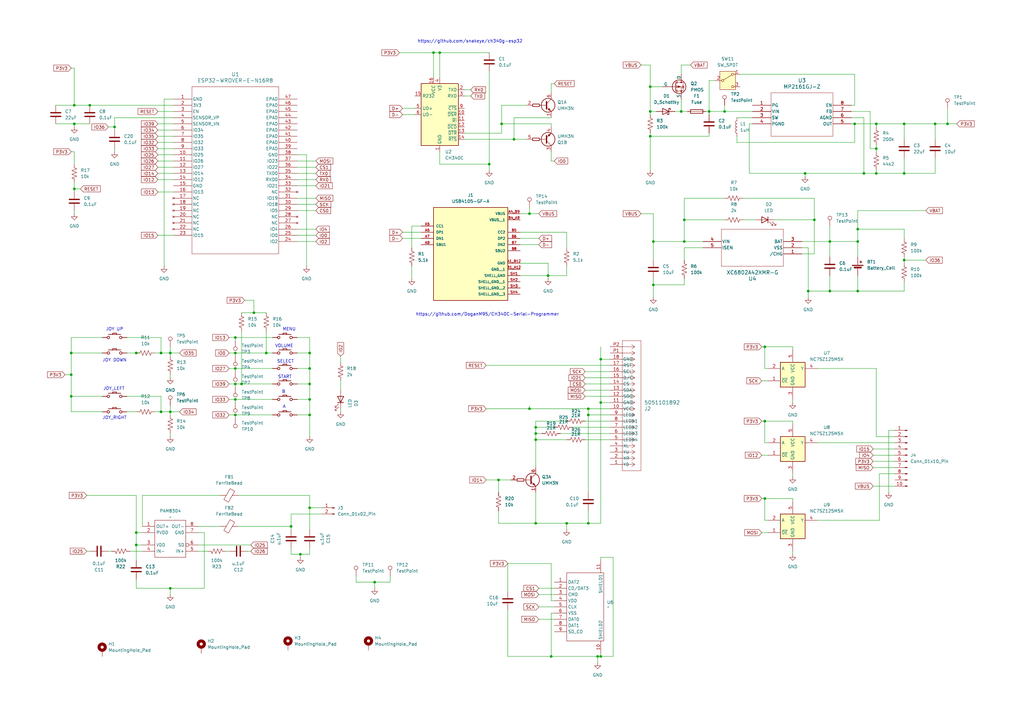
<source format=kicad_sch>
(kicad_sch (version 20231120) (generator "eeschema") (generator_version "8.0")
  (paper "A3")
  (junction (at 46.99 52.07))
  (junction (at 180.34 21.59))
  (junction (at 370.84 50.8))
  (junction (at 351.79 99.06))
  (junction (at 241.3 167.64))
  (junction (at 109.22 144.78))
  (junction (at 200.66 67.31))
  (junction (at 370.84 106.68))
  (junction (at 119.38 215.9))
  (junction (at 219.71 180.34))
  (junction (at 359.41 60.96))
  (junction (at 69.85 168.91))
  (junction (at 30.48 77.47))
  (junction (at 30.48 50.8))
  (junction (at 99.06 157.48))
  (junction (at 127 151.13))
  (junction (at 55.88 223.52))
  (junction (at 330.2 71.12))
  (junction (at 210.82 57.15))
  (junction (at 266.7 45.72))
  (junction (at 290.83 45.72))
  (junction (at 313.69 204.47))
  (junction (at 30.48 43.18))
  (junction (at 153.67 238.76))
  (junction (at 96.52 170.18))
  (junction (at 313.69 172.72))
  (junction (at 340.36 99.06))
  (junction (at 383.54 50.8))
  (junction (at 177.8 21.59))
  (junction (at 29.21 162.56))
  (junction (at 334.01 90.17))
  (junction (at 246.38 165.1))
  (junction (at 388.62 50.8))
  (junction (at 219.71 177.8))
  (junction (at 224.79 113.03))
  (junction (at 313.69 142.24))
  (junction (at 241.3 170.18))
  (junction (at 359.41 71.12))
  (junction (at 246.38 147.32))
  (junction (at 127 163.83))
  (junction (at 123.19 227.33))
  (junction (at 279.4 45.72))
  (junction (at 66.04 144.78))
  (junction (at 370.84 71.12))
  (junction (at 351.79 93.98))
  (junction (at 127 208.28))
  (junction (at 266.7 55.88))
  (junction (at 96.52 144.78))
  (junction (at 127 144.78))
  (junction (at 280.67 90.17))
  (junction (at 29.21 153.67))
  (junction (at 127 157.48))
  (junction (at 351.79 119.38))
  (junction (at 226.06 269.24))
  (junction (at 245.11 269.24))
  (junction (at 297.18 45.72))
  (junction (at 69.85 241.3))
  (junction (at 96.52 151.13))
  (junction (at 331.47 119.38))
  (junction (at 246.38 269.24))
  (junction (at 55.88 144.78))
  (junction (at 267.97 99.06))
  (junction (at 104.14 128.27))
  (junction (at 219.71 175.26))
  (junction (at 217.17 167.64))
  (junction (at 96.52 163.83))
  (junction (at 350.52 50.8))
  (junction (at 55.88 218.44))
  (junction (at 280.67 99.06))
  (junction (at 66.04 168.91))
  (junction (at 219.71 214.63))
  (junction (at 267.97 116.84))
  (junction (at 241.3 214.63))
  (junction (at 204.47 196.85))
  (junction (at 127 170.18))
  (junction (at 69.85 144.78))
  (junction (at 96.52 138.43))
  (junction (at 217.17 87.63))
  (junction (at 359.41 50.8))
  (junction (at 29.21 144.78))
  (junction (at 354.33 71.12))
  (junction (at 266.7 35.56))
  (junction (at 232.41 214.63))
  (junction (at 340.36 119.38))
  (junction (at 96.52 157.48))
  (junction (at 205.74 50.8))
  (junction (at 36.83 43.18))
  (wire (pts (xy 246.38 165.1) (xy 246.38 214.63)))
  (wire (pts (xy 226.06 50.8) (xy 226.06 52.07)))
  (wire (pts (xy 240.03 154.94) (xy 250.19 154.94)))
  (wire (pts (xy 55.88 237.49) (xy 55.88 241.3)))
  (wire (pts (xy 350.52 30.48) (xy 350.52 43.18)))
  (wire (pts (xy 153.67 238.76) (xy 160.02 238.76)))
  (wire (pts (xy 58.42 215.9) (xy 58.42 203.2)))
  (wire (pts (xy 67.31 40.64) (xy 67.31 109.22)))
  (wire (pts (xy 55.88 223.52) (xy 58.42 223.52)))
  (wire (pts (xy 93.98 163.83) (xy 96.52 163.83)))
  (wire (pts (xy 266.7 26.67) (xy 266.7 35.56)))
  (wire (pts (xy 220.98 248.92) (xy 227.33 248.92)))
  (wire (pts (xy 358.14 186.69) (xy 367.03 186.69)))
  (wire (pts (xy 335.28 151.13) (xy 359.41 151.13)))
  (wire (pts (xy 30.48 87.63) (xy 30.48 86.36)))
  (wire (pts (xy 69.85 168.91) (xy 69.85 170.18)))
  (wire (pts (xy 121.92 151.13) (xy 127 151.13)))
  (wire (pts (xy 81.28 223.52) (xy 102.87 223.52)))
  (wire (pts (xy 64.77 73.66) (xy 71.12 73.66)))
  (wire (pts (xy 96.52 170.18) (xy 111.76 170.18)))
  (wire (pts (xy 30.48 52.07) (xy 30.48 50.8)))
  (wire (pts (xy 226.06 231.14) (xy 226.06 246.38)))
  (wire (pts (xy 35.56 226.06) (xy 36.83 226.06)))
  (wire (pts (xy 121.92 99.06) (xy 129.54 99.06)))
  (wire (pts (xy 29.21 153.67) (xy 29.21 162.56)))
  (wire (pts (xy 308.61 50.8) (xy 307.34 50.8)))
  (wire (pts (xy 55.88 144.78) (xy 57.15 144.78)))
  (wire (pts (xy 379.73 86.36) (xy 351.79 86.36)))
  (wire (pts (xy 46.99 62.23) (xy 46.99 60.96)))
  (wire (pts (xy 127 151.13) (xy 127 157.48)))
  (wire (pts (xy 30.48 27.94) (xy 29.21 27.94)))
  (wire (pts (xy 121.92 63.5) (xy 125.73 63.5)))
  (wire (pts (xy 121.92 86.36) (xy 129.54 86.36)))
  (wire (pts (xy 96.52 170.18) (xy 96.52 171.45)))
  (wire (pts (xy 213.36 97.79) (xy 220.98 97.79)))
  (wire (pts (xy 367.03 176.53) (xy 364.49 176.53)))
  (wire (pts (xy 312.42 186.69) (xy 314.96 186.69)))
  (wire (pts (xy 104.14 128.27) (xy 109.22 128.27)))
  (wire (pts (xy 246.38 228.6) (xy 246.38 229.87)))
  (wire (pts (xy 219.71 180.34) (xy 232.41 180.34)))
  (wire (pts (xy 46.99 52.07) (xy 46.99 53.34)))
  (wire (pts (xy 96.52 144.78) (xy 109.22 144.78)))
  (wire (pts (xy 241.3 170.18) (xy 241.3 201.93)))
  (wire (pts (xy 313.69 204.47) (xy 313.69 213.36)))
  (wire (pts (xy 279.4 26.67) (xy 283.21 26.67)))
  (wire (pts (xy 127 203.2) (xy 127 208.28)))
  (wire (pts (xy 229.87 177.8) (xy 250.19 177.8)))
  (wire (pts (xy 317.5 90.17) (xy 334.01 90.17)))
  (wire (pts (xy 66.04 138.43) (xy 66.04 144.78)))
  (wire (pts (xy 334.01 90.17) (xy 334.01 104.14)))
  (wire (pts (xy 297.18 45.72) (xy 308.61 45.72)))
  (wire (pts (xy 354.33 48.26) (xy 354.33 71.12)))
  (wire (pts (xy 304.8 90.17) (xy 309.88 90.17)))
  (wire (pts (xy 96.52 163.83) (xy 111.76 163.83)))
  (wire (pts (xy 359.41 60.96) (xy 359.41 62.23)))
  (wire (pts (xy 139.7 146.05) (xy 139.7 148.59)))
  (wire (pts (xy 267.97 116.84) (xy 267.97 121.92)))
  (wire (pts (xy 215.9 43.18) (xy 205.74 43.18)))
  (wire (pts (xy 29.21 144.78) (xy 29.21 138.43)))
  (wire (pts (xy 358.14 184.15) (xy 367.03 184.15)))
  (wire (pts (xy 210.82 48.26) (xy 210.82 57.15)))
  (wire (pts (xy 121.92 96.52) (xy 129.54 96.52)))
  (wire (pts (xy 358.14 191.77) (xy 367.03 191.77)))
  (wire (pts (xy 267.97 99.06) (xy 267.97 106.68)))
  (wire (pts (xy 279.4 40.64) (xy 279.4 45.72)))
  (wire (pts (xy 234.95 175.26) (xy 250.19 175.26)))
  (wire (pts (xy 297.18 90.17) (xy 280.67 90.17)))
  (wire (pts (xy 297.18 81.28) (xy 280.67 81.28)))
  (wire (pts (xy 217.17 166.37) (xy 217.17 167.64)))
  (wire (pts (xy 340.36 92.71) (xy 340.36 99.06)))
  (wire (pts (xy 226.06 251.46) (xy 226.06 269.24)))
  (wire (pts (xy 350.52 58.42) (xy 302.26 58.42)))
  (wire (pts (xy 52.07 144.78) (xy 55.88 144.78)))
  (wire (pts (xy 224.79 114.3) (xy 224.79 113.03)))
  (wire (pts (xy 217.17 167.64) (xy 241.3 167.64)))
  (wire (pts (xy 30.48 62.23) (xy 30.48 67.31)))
  (wire (pts (xy 190.5 54.61) (xy 205.74 54.61)))
  (wire (pts (xy 29.21 138.43) (xy 41.91 138.43)))
  (wire (pts (xy 279.4 45.72) (xy 281.94 45.72)))
  (wire (pts (xy 370.84 97.79) (xy 370.84 93.98)))
  (wire (pts (xy 266.7 55.88) (xy 290.83 55.88)))
  (wire (pts (xy 312.42 172.72) (xy 313.69 172.72)))
  (wire (pts (xy 200.66 67.31) (xy 200.66 69.85)))
  (wire (pts (xy 146.05 236.22) (xy 146.05 238.76)))
  (wire (pts (xy 232.41 95.25) (xy 213.36 95.25)))
  (wire (pts (xy 165.1 44.45) (xy 170.18 44.45)))
  (wire (pts (xy 370.84 106.68) (xy 370.84 107.95)))
  (wire (pts (xy 370.84 50.8) (xy 370.84 57.15)))
  (wire (pts (xy 331.47 119.38) (xy 340.36 119.38)))
  (wire (pts (xy 370.84 115.57) (xy 370.84 119.38)))
  (wire (pts (xy 267.97 99.06) (xy 280.67 99.06)))
  (wire (pts (xy 69.85 241.3) (xy 69.85 243.84)))
  (wire (pts (xy 208.28 231.14) (xy 226.06 231.14)))
  (wire (pts (xy 190.5 57.15) (xy 210.82 57.15)))
  (wire (pts (xy 205.74 43.18) (xy 205.74 50.8)))
  (wire (pts (xy 340.36 113.03) (xy 340.36 119.38)))
  (wire (pts (xy 69.85 153.67) (xy 69.85 154.94)))
  (wire (pts (xy 246.38 228.6) (xy 251.46 228.6)))
  (wire (pts (xy 349.25 48.26) (xy 354.33 48.26)))
  (wire (pts (xy 96.52 163.83) (xy 96.52 165.1)))
  (wire (pts (xy 64.77 71.12) (xy 71.12 71.12)))
  (wire (pts (xy 330.2 71.12) (xy 354.33 71.12)))
  (wire (pts (xy 177.8 21.59) (xy 180.34 21.59)))
  (wire (pts (xy 210.82 57.15) (xy 215.9 57.15)))
  (wire (pts (xy 241.3 214.63) (xy 246.38 214.63)))
  (wire (pts (xy 36.83 43.18) (xy 71.12 43.18)))
  (wire (pts (xy 30.48 74.93) (xy 30.48 77.47)))
  (wire (pts (xy 276.86 45.72) (xy 279.4 45.72)))
  (wire (pts (xy 313.69 172.72) (xy 325.12 172.72)))
  (wire (pts (xy 104.14 123.19) (xy 104.14 128.27)))
  (wire (pts (xy 219.71 214.63) (xy 232.41 214.63)))
  (wire (pts (xy 307.34 71.12) (xy 330.2 71.12)))
  (wire (pts (xy 163.83 21.59) (xy 177.8 21.59)))
  (wire (pts (xy 168.91 109.22) (xy 168.91 114.3)))
  (wire (pts (xy 205.74 50.8) (xy 205.74 54.61)))
  (wire (pts (xy 302.26 48.26) (xy 308.61 48.26)))
  (wire (pts (xy 325.12 142.24) (xy 325.12 143.51)))
  (wire (pts (xy 246.38 142.24) (xy 246.38 147.32)))
  (wire (pts (xy 219.71 172.72) (xy 219.71 175.26)))
  (wire (pts (xy 121.92 71.12) (xy 129.54 71.12)))
  (wire (pts (xy 52.07 168.91) (xy 55.88 168.91)))
  (wire (pts (xy 55.88 218.44) (xy 55.88 223.52)))
  (wire (pts (xy 204.47 209.55) (xy 204.47 214.63)))
  (wire (pts (xy 219.71 175.26) (xy 219.71 177.8)))
  (wire (pts (xy 313.69 142.24) (xy 325.12 142.24)))
  (wire (pts (xy 307.34 50.8) (xy 307.34 71.12)))
  (wire (pts (xy 127 208.28) (xy 127 217.17)))
  (wire (pts (xy 350.52 43.18) (xy 349.25 43.18)))
  (wire (pts (xy 168.91 92.71) (xy 168.91 101.6)))
  (wire (pts (xy 325.12 163.83) (xy 325.12 165.1)))
  (wire (pts (xy 232.41 214.63) (xy 232.41 217.17)))
  (wire (pts (xy 69.85 166.37) (xy 69.85 168.91)))
  (wire (pts (xy 119.38 227.33) (xy 123.19 227.33)))
  (wire (pts (xy 121.92 170.18) (xy 127 170.18)))
  (wire (pts (xy 69.85 241.3) (xy 83.82 241.3)))
  (wire (pts (xy 93.98 151.13) (xy 96.52 151.13)))
  (wire (pts (xy 125.73 63.5) (xy 125.73 109.22)))
  (wire (pts (xy 226.06 48.26) (xy 210.82 48.26)))
  (wire (pts (xy 99.06 157.48) (xy 111.76 157.48)))
  (wire (pts (xy 359.41 179.07) (xy 367.03 179.07)))
  (wire (pts (xy 29.21 62.23) (xy 30.48 62.23)))
  (wire (pts (xy 146.05 238.76) (xy 153.67 238.76)))
  (wire (pts (xy 359.41 151.13) (xy 359.41 179.07)))
  (wire (pts (xy 226.06 34.29) (xy 226.06 38.1)))
  (wire (pts (xy 227.33 175.26) (xy 219.71 175.26)))
  (wire (pts (xy 293.37 33.02) (xy 290.83 33.02)))
  (wire (pts (xy 219.71 180.34) (xy 219.71 191.77)))
  (wire (pts (xy 226.06 66.04) (xy 227.33 66.04)))
  (wire (pts (xy 46.99 48.26) (xy 71.12 48.26)))
  (wire (pts (xy 127 224.79) (xy 127 227.33)))
  (wire (pts (xy 121.92 144.78) (xy 127 144.78)))
  (wire (pts (xy 325.12 172.72) (xy 325.12 173.99)))
  (wire (pts (xy 312.42 218.44) (xy 314.96 218.44)))
  (wire (pts (xy 280.67 81.28) (xy 280.67 90.17)))
  (wire (pts (xy 359.41 59.69) (xy 359.41 60.96)))
  (wire (pts (xy 314.96 181.61) (xy 313.69 181.61)))
  (wire (pts (xy 266.7 54.61) (xy 266.7 55.88)))
  (wire (pts (xy 177.8 31.75) (xy 177.8 21.59)))
  (wire (pts (xy 349.25 50.8) (xy 350.52 50.8)))
  (wire (pts (xy 66.04 144.78) (xy 63.5 144.78)))
  (wire (pts (xy 96.52 157.48) (xy 96.52 158.75)))
  (wire (pts (xy 314.96 213.36) (xy 313.69 213.36)))
  (wire (pts (xy 351.79 119.38) (xy 370.84 119.38)))
  (wire (pts (xy 109.22 144.78) (xy 111.76 144.78)))
  (wire (pts (xy 121.92 81.28) (xy 129.54 81.28)))
  (wire (pts (xy 279.4 30.48) (xy 279.4 26.67)))
  (wire (pts (xy 356.87 60.96) (xy 359.41 60.96)))
  (wire (pts (xy 58.42 203.2) (xy 90.17 203.2)))
  (wire (pts (xy 267.97 116.84) (xy 280.67 116.84)))
  (wire (pts (xy 119.38 215.9) (xy 119.38 217.17)))
  (wire (pts (xy 64.77 58.42) (xy 71.12 58.42)))
  (wire (pts (xy 335.28 213.36) (xy 360.68 213.36)))
  (wire (pts (xy 359.41 50.8) (xy 370.84 50.8)))
  (wire (pts (xy 370.84 50.8) (xy 383.54 50.8)))
  (wire (pts (xy 325.12 194.31) (xy 325.12 195.58)))
  (wire (pts (xy 92.71 226.06) (xy 93.98 226.06)))
  (wire (pts (xy 325.12 204.47) (xy 325.12 205.74)))
  (wire (pts (xy 64.77 78.74) (xy 71.12 78.74)))
  (wire (pts (xy 69.85 144.78) (xy 73.66 144.78)))
  (wire (pts (xy 66.04 144.78) (xy 69.85 144.78)))
  (wire (pts (xy 66.04 162.56) (xy 66.04 168.91)))
  (wire (pts (xy 190.5 39.37) (xy 193.04 39.37)))
  (wire (pts (xy 93.98 170.18) (xy 96.52 170.18)))
  (wire (pts (xy 180.34 62.23) (xy 180.34 67.31)))
  (wire (pts (xy 64.77 55.88) (xy 71.12 55.88)))
  (wire (pts (xy 22.86 43.18) (xy 30.48 43.18)))
  (wire (pts (xy 364.49 176.53) (xy 364.49 201.93)))
  (wire (pts (xy 35.56 203.2) (xy 55.88 203.2)))
  (wire (pts (xy 200.66 29.21) (xy 200.66 67.31)))
  (wire (pts (xy 297.18 43.18) (xy 297.18 45.72)))
  (wire (pts (xy 127 170.18) (xy 127 179.07)))
  (wire (pts (xy 360.68 213.36) (xy 360.68 194.31)))
  (wire (pts (xy 370.84 93.98) (xy 351.79 93.98)))
  (wire (pts (xy 99.06 135.89) (xy 99.06 157.48)))
  (wire (pts (xy 81.28 226.06) (xy 85.09 226.06)))
  (wire (pts (xy 290.83 45.72) (xy 297.18 45.72)))
  (wire (pts (xy 351.79 99.06) (xy 351.79 105.41)))
  (wire (pts (xy 227.33 251.46) (xy 226.06 251.46)))
  (wire (pts (xy 241.3 170.18) (xy 250.19 170.18)))
  (wire (pts (xy 340.36 99.06) (xy 351.79 99.06)))
  (wire (pts (xy 44.45 226.06) (xy 45.72 226.06)))
  (wire (pts (xy 232.41 109.22) (xy 232.41 113.03)))
  (wire (pts (xy 119.38 224.79) (xy 119.38 227.33)))
  (wire (pts (xy 246.38 269.24) (xy 251.46 269.24)))
  (wire (pts (xy 241.3 167.64) (xy 241.3 170.18)))
  (wire (pts (xy 213.36 100.33) (xy 220.98 100.33)))
  (wire (pts (xy 266.7 35.56) (xy 266.7 45.72)))
  (wire (pts (xy 262.89 26.67) (xy 266.7 26.67)))
  (wire (pts (xy 351.79 113.03) (xy 351.79 119.38)))
  (wire (pts (xy 226.06 62.23) (xy 226.06 66.04)))
  (wire (pts (xy 180.34 21.59) (xy 180.34 31.75)))
  (wire (pts (xy 101.6 226.06) (xy 102.87 226.06)))
  (wire (pts (xy 328.93 101.6) (xy 331.47 101.6)))
  (wire (pts (xy 280.67 99.06) (xy 288.29 99.06)))
  (wire (pts (xy 383.54 64.77) (xy 383.54 71.12)))
  (wire (pts (xy 335.28 181.61) (xy 367.03 181.61)))
  (wire (pts (xy 267.97 87.63) (xy 267.97 99.06)))
  (wire (pts (xy 64.77 63.5) (xy 71.12 63.5)))
  (wire (pts (xy 96.52 138.43) (xy 96.52 139.7)))
  (wire (pts (xy 312.42 142.24) (xy 313.69 142.24)))
  (wire (pts (xy 99.06 128.27) (xy 104.14 128.27)))
  (wire (pts (xy 36.83 50.8) (xy 30.48 50.8)))
  (wire (pts (xy 208.28 269.24) (xy 226.06 269.24)))
  (wire (pts (xy 334.01 104.14) (xy 328.93 104.14)))
  (wire (pts (xy 121.92 83.82) (xy 129.54 83.82)))
  (wire (pts (xy 303.53 30.48) (xy 350.52 30.48)))
  (wire (pts (xy 354.33 71.12) (xy 359.41 71.12)))
  (wire (pts (xy 55.88 229.87) (xy 55.88 223.52)))
  (wire (pts (xy 139.7 156.21) (xy 139.7 160.02)))
  (wire (pts (xy 370.84 71.12) (xy 383.54 71.12)))
  (wire (pts (xy 52.07 138.43) (xy 66.04 138.43)))
  (wire (pts (xy 219.71 201.93) (xy 219.71 214.63)))
  (wire (pts (xy 360.68 194.31) (xy 367.03 194.31)))
  (wire (pts (xy 358.14 189.23) (xy 367.03 189.23)))
  (wire (pts (xy 93.98 144.78) (xy 96.52 144.78)))
  (wire (pts (xy 55.88 241.3) (xy 69.85 241.3)))
  (wire (pts (xy 64.77 96.52) (xy 71.12 96.52)))
  (wire (pts (xy 96.52 151.13) (xy 111.76 151.13)))
  (wire (pts (xy 30.48 50.8) (xy 22.86 50.8)))
  (wire (pts (xy 55.88 218.44) (xy 58.42 218.44)))
  (wire (pts (xy 226.06 269.24) (xy 245.11 269.24)))
  (wire (pts (xy 93.98 157.48) (xy 96.52 157.48)))
  (wire (pts (xy 240.03 160.02) (xy 250.19 160.02)))
  (wire (pts (xy 222.25 177.8) (xy 219.71 177.8)))
  (wire (pts (xy 220.98 241.3) (xy 227.33 241.3)))
  (wire (pts (xy 160.02 236.22) (xy 160.02 238.76)))
  (wire (pts (xy 219.71 177.8) (xy 219.71 180.34)))
  (wire (pts (xy 165.1 46.99) (xy 170.18 46.99)))
  (wire (pts (xy 359.41 50.8) (xy 359.41 52.07)))
  (wire (pts (xy 280.67 90.17) (xy 280.67 99.06)))
  (wire (pts (xy 304.8 81.28) (xy 334.01 81.28)))
  (wire (pts (xy 96.52 151.13) (xy 96.52 152.4)))
  (wire (pts (xy 121.92 163.83) (xy 127 163.83)))
  (wire (pts (xy 388.62 50.8) (xy 392.43 50.8)))
  (wire (pts (xy 97.79 215.9) (xy 119.38 215.9)))
  (wire (pts (xy 331.47 101.6) (xy 331.47 119.38)))
  (wire (pts (xy 250.19 165.1) (xy 246.38 165.1)))
  (wire (pts (xy 30.48 43.18) (xy 36.83 43.18)))
  (wire (pts (xy 127 144.78) (xy 127 151.13)))
  (wire (pts (xy 358.14 199.39) (xy 367.03 199.39)))
  (wire (pts (xy 93.98 138.43) (xy 96.52 138.43)))
  (wire (pts (xy 41.91 168.91) (xy 29.21 168.91)))
  (wire (pts (xy 340.36 99.06) (xy 340.36 105.41)))
  (wire (pts (xy 226.06 246.38) (xy 227.33 246.38)))
  (wire (pts (xy 240.03 157.48) (xy 250.19 157.48)))
  (wire (pts (xy 370.84 71.12) (xy 359.41 71.12)))
  (wire (pts (xy 69.85 168.91) (xy 73.66 168.91)))
  (wire (pts (xy 351.79 93.98) (xy 351.79 99.06)))
  (wire (pts (xy 121.92 73.66) (xy 129.54 73.66)))
  (wire (pts (xy 220.98 254) (xy 227.33 254)))
  (wire (pts (xy 121.92 93.98) (xy 129.54 93.98)))
  (wire (pts (xy 290.83 54.61) (xy 290.83 55.88)))
  (wire (pts (xy 96.52 144.78) (xy 96.52 146.05)))
  (wire (pts (xy 350.52 50.8) (xy 350.52 58.42)))
  (wire (pts (xy 232.41 101.6) (xy 232.41 95.25)))
  (wire (pts (xy 241.3 167.64) (xy 250.19 167.64)))
  (wire (pts (xy 232.41 214.63) (xy 241.3 214.63)))
  (wire (pts (xy 67.31 40.64) (xy 71.12 40.64)))
  (wire (pts (xy 64.77 53.34) (xy 71.12 53.34)))
  (wire (pts (xy 165.1 95.25) (xy 172.72 95.25)))
  (wire (pts (xy 330.2 71.12) (xy 330.2 72.39)))
  (wire (pts (xy 123.19 227.33) (xy 123.19 228.6)))
  (wire (pts (xy 220.98 243.84) (xy 227.33 243.84)))
  (wire (pts (xy 165.1 97.79) (xy 172.72 97.79)))
  (wire (pts (xy 246.38 147.32) (xy 246.38 165.1)))
  (wire (pts (xy 224.79 107.95) (xy 213.36 107.95)))
  (wire (pts (xy 334.01 81.28) (xy 334.01 90.17)))
  (wire (pts (xy 313.69 181.61) (xy 313.69 172.72)))
  (wire (pts (xy 121.92 66.04) (xy 129.54 66.04)))
  (wire (pts (xy 41.91 162.56) (xy 29.21 162.56)))
  (wire (pts (xy 312.42 204.47) (xy 313.69 204.47)))
  (wire (pts (xy 208.28 231.14) (xy 208.28 242.57)))
  (wire (pts (xy 69.85 177.8) (xy 69.85 179.07)))
  (wire (pts (xy 370.84 105.41) (xy 370.84 106.68)))
  (wire (pts (xy 52.07 162.56) (xy 66.04 162.56)))
  (wire (pts (xy 232.41 113.03) (xy 224.79 113.03)))
  (wire (pts (xy 267.97 114.3) (xy 267.97 116.84)))
  (wire (pts (xy 199.39 167.64) (xy 217.17 167.64)))
  (wire (pts (xy 266.7 46.99) (xy 266.7 45.72)))
  (wire (pts (xy 199.39 196.85) (xy 204.47 196.85)))
  (wire (pts (xy 313.69 204.47) (xy 325.12 204.47)))
  (wire (pts (xy 204.47 196.85) (xy 209.55 196.85)))
  (wire (pts (xy 280.67 114.3) (xy 280.67 116.84)))
  (wire (pts (xy 44.45 52.07) (xy 46.99 52.07)))
  (wire (pts (xy 127 163.83) (xy 127 170.18)))
  (wire (pts (xy 331.47 119.38) (xy 331.47 121.92)))
  (wire (pts (xy 240.03 162.56) (xy 250.19 162.56)))
  (wire (pts (xy 289.56 45.72) (xy 290.83 45.72)))
  (wire (pts (xy 121.92 76.2) (xy 129.54 76.2)))
  (wire (pts (xy 66.04 168.91) (xy 69.85 168.91)))
  (wire (pts (xy 314.96 151.13) (xy 313.69 151.13)))
  (wire (pts (xy 30.48 77.47) (xy 30.48 78.74)))
  (wire (pts (xy 245.11 269.24) (xy 246.38 269.24)))
  (wire (pts (xy 213.36 113.03) (xy 224.79 113.03)))
  (wire (pts (xy 383.54 50.8) (xy 388.62 50.8)))
  (wire (pts (xy 313.69 142.24) (xy 313.69 151.13)))
  (wire (pts (xy 153.67 238.76) (xy 153.67 241.3)))
  (wire (pts (xy 250.19 180.34) (xy 240.03 180.34)))
  (wire (pts (xy 53.34 226.06) (xy 58.42 226.06)))
  (wire (pts (xy 217.17 87.63) (xy 220.98 87.63)))
  (wire (pts (xy 64.77 45.72) (xy 71.12 45.72)))
  (wire (pts (xy 266.7 69.85) (xy 266.7 55.88)))
  (wire (pts (xy 83.82 218.44) (xy 81.28 218.44)))
  (wire (pts (xy 180.34 21.59) (xy 200.66 21.59)))
  (wire (pts (xy 280.67 101.6) (xy 280.67 106.68)))
  (wire (pts (xy 26.67 153.67) (xy 29.21 153.67)))
  (wire (pts (xy 325.12 226.06) (xy 325.12 227.33)))
  (wire (pts (xy 30.48 27.94) (xy 30.48 43.18)))
  (wire (pts (xy 240.03 172.72) (xy 250.19 172.72)))
  (wire (pts (xy 121.92 68.58) (xy 129.54 68.58)))
  (wire (pts (xy 123.19 227.33) (xy 127 227.33)))
  (wire (pts (xy 64.77 66.04) (xy 71.12 66.04)))
  (wire (pts (xy 356.87 45.72) (xy 356.87 60.96)))
  (wire (pts (xy 240.03 152.4) (xy 250.19 152.4)))
  (wire (pts (xy 63.5 168.91) (xy 66.04 168.91)))
  (wire (pts (xy 69.85 142.24) (xy 69.85 144.78)))
  (wire (pts (xy 30.48 77.47) (xy 33.02 77.47)))
  (wire (pts (xy 97.79 203.2) (xy 127 203.2)))
  (wire (pts (xy 208.28 250.19) (xy 208.28 269.24)))
  (wire (pts (xy 109.22 135.89) (xy 109.22 144.78)))
  (wire (pts (xy 190.5 36.83) (xy 193.04 36.83)))
  (wire (pts (xy 96.52 157.48) (xy 99.06 157.48)))
  (wire (pts (xy 251.46 228.6) (xy 251.46 269.24)))
  (wire (pts (xy 340.36 119.38) (xy 351.79 119.38)))
  (wire (pts (xy 232.41 172.72) (xy 219.71 172.72)))
  (wire (pts (xy 69.85 146.05) (xy 69.85 144.78)))
  (wire (pts (xy 41.91 144.78) (xy 29.21 144.78)))
  (wire (pts (xy 64.77 50.8) (xy 71.12 50.8)))
  (wire (pts (xy 224.79 113.03) (xy 224.79 107.95)))
  (wire (pts (xy 64.77 68.58) (xy 71.12 68.58)))
  (wire (pts (xy 172.72 92.71) (xy 168.91 92.71)))
  (wire (pts (xy 64.77 60.96) (xy 71.12 60.96)))
  (wire (pts (xy 250.19 147.32) (xy 246.38 147.32)))
  (wire (pts (xy 46.99 48.26) (xy 46.99 52.07)))
  (wire (pts (xy 180.34 67.31) (xy 200.66 67.31)))
  (wire (pts (xy 205.74 50.8) (xy 226.06 50.8)))
  (wire (pts (xy 241.3 209.55) (xy 241.3 214.63)))
  (wire (pts (xy 370.84 106.68) (xy 379.73 106.68)))
  (wire (pts (xy 127 138.43) (xy 127 144.78)))
  (wire (pts (xy 266.7 35.56) (xy 271.78 35.56)))
  (wire (pts (xy 204.47 196.85) (xy 204.47 201.93)))
  (wire (pts (xy 288.29 101.6) (xy 280.67 101.6)))
  (wire (pts (xy 227.33 34.29) (xy 226.06 34.29)))
  (wire (pts (xy 29.21 162.56) (xy 29.21 168.91)))
  (wire (pts (xy 119.38 210.82) (xy 119.38 215.9)))
  (wire (pts (xy 217.17 85.09) (xy 217.17 87.63)))
  (wire (pts (xy 350.52 50.8) (xy 359.41 50.8)))
  (wire (pts (xy 121.92 138.43) (xy 127 138.43)))
  (wire (pts (xy 55.88 203.2) (xy 55.88 218.44)))
  (wire (pts (xy 383.54 50.8) (xy 383.54 57.15)))
  (wire (pts (xy 83.82 218.44) (xy 83.82 241.3)))
  (wire (pts (xy 204.47 214.63) (xy 219.71 214.63)))
  (wire (pts (xy 262.89 87.63) (xy 267.97 87.63)))
  (wire (pts (xy 100.33 123.19) (xy 104.14 123.19)))
  (wire (pts (xy 290.83 45.72) (xy 290.83 46.99)))
  (wire (pts (xy 199.39 149.86) (xy 250.19 149.86)))
  (wire (pts (xy 139.7 167.64) (xy 139.7 168.91)))
  (wire (pts (xy 245.11 269.24) (xy 245.11 271.78)))
  (wire (pts (xy 349.25 45.72) (xy 356.87 45.72)))
  (wire (pts (xy 312.42 156.21) (xy 314.96 156.21)))
  (wire (pts (xy 246.38 267.97) (xy 246.38 269.24)))
  (wire (pts (xy 132.08 210.82) (xy 119.38 210.82)))
  (wire (pts (xy 351.79 86.36) (xy 351.79 93.98)))
  (wire (pts (xy 29.21 144.78) (xy 29.21 153.67)))
  (wire (pts (xy 328.93 99.06) (xy 340.36 99.06)))
  (wire (pts (xy 370.84 64.77) (xy 370.84 71.12)))
  (wire (pts (xy 81.28 215.9) (xy 90.17 215.9)))
  (wire (pts (xy 127 157.48) (xy 127 163.83)))
  (wire (pts (xy 266.7 45.72) (xy 269.24 45.72)))
  (wire (pts (xy 127 208.28) (xy 132.08 208.28)))
  (wire (pts (xy 388.62 44.45) (xy 388.62 50.8)))
  (wire (pts (xy 121.92 157.48) (xy 127 157.48)))
  (wire (pts (xy 290.83 33.02) (xy 290.83 45.72)))
  (wire (pts (xy 213.36 87.63) (xy 217.17 87.63)))
  (wire (pts (xy 96.52 138.43) (xy 111.76 138.43)))
  (wire (pts (xy 302.26 55.88) (xy 302.26 58.42)))
  (wire (pts (xy 359.41 71.12) (xy 359.41 69.85)))
  (text "VOLUME" (at 116.586 141.986 0) (effects (font (size 1.27 1.27))))
  (text "SELECT" (at 117.094 148.336 0) (effects (font (size 1.27 1.27))))
  (text "JOY DOWN" (at 46.99 147.828 0) (effects (font (size 1.27 1.27))))
  (text "https://github.com/snakeye/ch340g-esp32" (at 192.786 17.018 0) (effects (font (size 1.27 1.27))))
  (text "A" (at 116.586 166.878 0) (effects (font (size 1.27 1.27))))
  (text "B" (at 116.332 160.782 0) (effects (font (size 1.27 1.27))))
  (text "MENU" (at 118.618 135.128 0) (effects (font (size 1.27 1.27))))
  (text "JOY_RIGHT" (at 46.99 171.45 0) (effects (font (size 1.27 1.27))))
  (text "JOY UP" (at 46.99 135.128 0) (effects (font (size 1.27 1.27))))
  (text "JOY_LEFT" (at 46.736 159.512 0) (effects (font (size 1.27 1.27))))
  (text "START" (at 116.84 154.686 0) (effects (font (size 1.27 1.27))))
  (text "https://github.com/DoganM95/CH340C-Serial-Programmer" (at 199.898 129.032 0) (effects (font (size 1.27 1.27))))
  (global_label "SCK" (shape input) (at 240.03 152.4 180) (property "Intersheetrefs" "${INTERSHEET_REFS}" (effects (hide yes))))
  (global_label "D+" (shape input) (at 165.1 44.45 180) (property "Intersheetrefs" "${INTERSHEET_REFS}" (effects (hide yes))))
  (global_label "IO4" (shape input) (at 129.54 93.98 0) (property "Intersheetrefs" "${INTERSHEET_REFS}" (effects (hide yes))))
  (global_label "MOSI" (shape input) (at 220.98 243.84 180) (property "Intersheetrefs" "${INTERSHEET_REFS}" (effects (hide yes))))
  (global_label "IO2" (shape input) (at 129.54 99.06 0) (property "Intersheetrefs" "${INTERSHEET_REFS}" (effects (hide yes))))
  (global_label "IO25" (shape input) (at 102.87 223.52 0) (property "Intersheetrefs" "${INTERSHEET_REFS}" (effects (hide yes))))
  (global_label "P3V3" (shape input) (at 312.42 204.47 180) (property "Intersheetrefs" "${INTERSHEET_REFS}" (effects (hide yes))))
  (global_label "IO14" (shape input) (at 64.77 71.12 180) (property "Intersheetrefs" "${INTERSHEET_REFS}" (effects (hide yes))))
  (global_label "VBAT" (shape input) (at 379.73 86.36 0) (property "Intersheetrefs" "${INTERSHEET_REFS}" (effects (hide yes))))
  (global_label "IO4" (shape input) (at 358.14 186.69 180) (property "Intersheetrefs" "${INTERSHEET_REFS}" (effects (hide yes))))
  (global_label "IO15" (shape input) (at 358.14 184.15 180) (property "Intersheetrefs" "${INTERSHEET_REFS}" (effects (hide yes))))
  (global_label "P3V3" (shape input) (at 29.21 62.23 180) (property "Intersheetrefs" "${INTERSHEET_REFS}" (effects (hide yes))))
  (global_label "D-" (shape input) (at 165.1 97.79 180) (property "Intersheetrefs" "${INTERSHEET_REFS}" (effects (hide yes))))
  (global_label "IO0" (shape input) (at 129.54 96.52 0) (property "Intersheetrefs" "${INTERSHEET_REFS}" (effects (hide yes))))
  (global_label "CS1" (shape input) (at 220.98 241.3 180) (property "Intersheetrefs" "${INTERSHEET_REFS}" (effects (hide yes))))
  (global_label "IO25" (shape input) (at 64.77 63.5 180) (property "Intersheetrefs" "${INTERSHEET_REFS}" (effects (hide yes))))
  (global_label "IO36" (shape input) (at 379.73 106.68 0) (property "Intersheetrefs" "${INTERSHEET_REFS}" (effects (hide yes))))
  (global_label "IO0" (shape input) (at 227.33 66.04 0) (property "Intersheetrefs" "${INTERSHEET_REFS}" (effects (hide yes))))
  (global_label "IO34" (shape input) (at 73.66 168.91 0) (property "Intersheetrefs" "${INTERSHEET_REFS}" (effects (hide yes))))
  (global_label "VBUS" (shape input) (at 220.98 87.63 0) (property "Intersheetrefs" "${INTERSHEET_REFS}" (effects (hide yes))))
  (global_label "VBUS" (shape input) (at 358.14 199.39 180) (property "Intersheetrefs" "${INTERSHEET_REFS}" (effects (hide yes))))
  (global_label "TX0" (shape input) (at 129.54 71.12 0) (property "Intersheetrefs" "${INTERSHEET_REFS}" (effects (hide yes))))
  (global_label "P3V3" (shape input) (at 208.28 231.14 180) (property "Intersheetrefs" "${INTERSHEET_REFS}" (effects (hide yes))))
  (global_label "IO21" (shape input) (at 240.03 154.94 180) (property "Intersheetrefs" "${INTERSHEET_REFS}" (effects (hide yes))))
  (global_label "MOSI" (shape input) (at 312.42 218.44 180) (property "Intersheetrefs" "${INTERSHEET_REFS}" (effects (hide yes))))
  (global_label "MISO" (shape input) (at 129.54 81.28 0) (property "Intersheetrefs" "${INTERSHEET_REFS}" (effects (hide yes))))
  (global_label "IO27" (shape input) (at 64.77 68.58 180) (property "Intersheetrefs" "${INTERSHEET_REFS}" (effects (hide yes))))
  (global_label "MISO" (shape input) (at 220.98 254 180) (property "Intersheetrefs" "${INTERSHEET_REFS}" (effects (hide yes))))
  (global_label "IO33" (shape input) (at 93.98 163.83 180) (property "Intersheetrefs" "${INTERSHEET_REFS}" (effects (hide yes))))
  (global_label "D-" (shape input) (at 165.1 46.99 180) (property "Intersheetrefs" "${INTERSHEET_REFS}" (effects (hide yes))))
  (global_label "IO35" (shape input) (at 64.77 55.88 180) (property "Intersheetrefs" "${INTERSHEET_REFS}" (effects (hide yes))))
  (global_label "P3V3" (shape input) (at 35.56 203.2 180) (property "Intersheetrefs" "${INTERSHEET_REFS}" (effects (hide yes))))
  (global_label "P3V3" (shape input) (at 199.39 167.64 180) (property "Intersheetrefs" "${INTERSHEET_REFS}" (effects (hide yes))))
  (global_label "CS1" (shape input) (at 129.54 68.58 0) (property "Intersheetrefs" "${INTERSHEET_REFS}" (effects (hide yes))))
  (global_label "IO21" (shape input) (at 129.54 76.2 0) (property "Intersheetrefs" "${INTERSHEET_REFS}" (effects (hide yes))))
  (global_label "P3V3" (shape input) (at 29.21 27.94 180) (property "Intersheetrefs" "${INTERSHEET_REFS}" (effects (hide yes))))
  (global_label "D-" (shape input) (at 220.98 100.33 0) (property "Intersheetrefs" "${INTERSHEET_REFS}" (effects (hide yes))))
  (global_label "IO26" (shape input) (at 102.87 226.06 0) (property "Intersheetrefs" "${INTERSHEET_REFS}" (effects (hide yes))))
  (global_label "IO26" (shape input) (at 64.77 66.04 180) (property "Intersheetrefs" "${INTERSHEET_REFS}" (effects (hide yes))))
  (global_label "P3V3" (shape input) (at 312.42 172.72 180) (property "Intersheetrefs" "${INTERSHEET_REFS}" (effects (hide yes))))
  (global_label "IO13" (shape input) (at 93.98 138.43 180) (property "Intersheetrefs" "${INTERSHEET_REFS}" (effects (hide yes))))
  (global_label "CS0" (shape input) (at 129.54 86.36 0) (property "Intersheetrefs" "${INTERSHEET_REFS}" (effects (hide yes))))
  (global_label "MOSI" (shape input) (at 129.54 66.04 0) (property "Intersheetrefs" "${INTERSHEET_REFS}" (effects (hide yes))))
  (global_label "IO12" (shape input) (at 64.77 73.66 180) (property "Intersheetrefs" "${INTERSHEET_REFS}" (effects (hide yes))))
  (global_label "TX0" (shape input) (at 193.04 39.37 0) (property "Intersheetrefs" "${INTERSHEET_REFS}" (effects (hide yes))))
  (global_label "MOSI" (shape input) (at 240.03 160.02 180) (property "Intersheetrefs" "${INTERSHEET_REFS}" (effects (hide yes))))
  (global_label "VBUS" (shape input) (at 262.89 87.63 180) (property "Intersheetrefs" "${INTERSHEET_REFS}" (effects (hide yes))))
  (global_label "IO39" (shape input) (at 93.98 157.48 180) (property "Intersheetrefs" "${INTERSHEET_REFS}" (effects (hide yes))))
  (global_label "SCK" (shape input) (at 312.42 156.21 180) (property "Intersheetrefs" "${INTERSHEET_REFS}" (effects (hide yes))))
  (global_label "P3V3" (shape input) (at 26.67 153.67 180) (property "Intersheetrefs" "${INTERSHEET_REFS}" (effects (hide yes))))
  (global_label "RESET" (shape input) (at 64.77 45.72 180) (property "Intersheetrefs" "${INTERSHEET_REFS}" (effects (hide yes))))
  (global_label "IO35" (shape input) (at 73.66 144.78 0) (property "Intersheetrefs" "${INTERSHEET_REFS}" (effects (hide yes))))
  (global_label "RESET" (shape input) (at 227.33 34.29 0) (property "Intersheetrefs" "${INTERSHEET_REFS}" (effects (hide yes))))
  (global_label "D+" (shape input) (at 220.98 97.79 0) (property "Intersheetrefs" "${INTERSHEET_REFS}" (effects (hide yes))))
  (global_label "CS0" (shape input) (at 240.03 157.48 180) (property "Intersheetrefs" "${INTERSHEET_REFS}" (effects (hide yes))))
  (global_label "SCK" (shape input) (at 129.54 83.82 0) (property "Intersheetrefs" "${INTERSHEET_REFS}" (effects (hide yes))))
  (global_label "IO14" (shape input) (at 199.39 196.85 180) (property "Intersheetrefs" "${INTERSHEET_REFS}" (effects (hide yes))))
  (global_label "RX0" (shape input) (at 193.04 36.83 0) (property "Intersheetrefs" "${INTERSHEET_REFS}" (effects (hide yes))))
  (global_label "MISO" (shape input) (at 240.03 162.56 180) (property "Intersheetrefs" "${INTERSHEET_REFS}" (effects (hide yes))))
  (global_label "P3V3" (shape input) (at 163.83 21.59 180) (property "Intersheetrefs" "${INTERSHEET_REFS}" (effects (hide yes))))
  (global_label "IO0" (shape input) (at 93.98 144.78 180) (property "Intersheetrefs" "${INTERSHEET_REFS}" (effects (hide yes))))
  (global_label "D+" (shape input) (at 165.1 95.25 180) (property "Intersheetrefs" "${INTERSHEET_REFS}" (effects (hide yes))))
  (global_label "RESET" (shape input) (at 199.39 149.86 180) (property "Intersheetrefs" "${INTERSHEET_REFS}" (effects (hide yes))))
  (global_label "IO33" (shape input) (at 64.77 60.96 180) (property "Intersheetrefs" "${INTERSHEET_REFS}" (effects (hide yes))))
  (global_label "P3V3" (shape input) (at 392.43 50.8 0) (property "Intersheetrefs" "${INTERSHEET_REFS}" (effects (hide yes))))
  (global_label "RESET" (shape input) (at 33.02 77.47 0) (property "Intersheetrefs" "${INTERSHEET_REFS}" (effects (hide yes))))
  (global_label "IO32" (shape input) (at 64.77 58.42 180) (property "Intersheetrefs" "${INTERSHEET_REFS}" (effects (hide yes))))
  (global_label "IO39" (shape input) (at 64.77 50.8 180) (property "Intersheetrefs" "${INTERSHEET_REFS}" (effects (hide yes))))
  (global_label "SCK" (shape input) (at 220.98 248.92 180) (property "Intersheetrefs" "${INTERSHEET_REFS}" (effects (hide yes))))
  (global_label "IO32" (shape input) (at 93.98 170.18 180) (property "Intersheetrefs" "${INTERSHEET_REFS}" (effects (hide yes))))
  (global_label "IO36" (shape input) (at 44.45 52.07 180) (property "Intersheetrefs" "${INTERSHEET_REFS}" (effects (hide yes))))
  (global_label "RX0" (shape input) (at 129.54 73.66 0) (property "Intersheetrefs" "${INTERSHEET_REFS}" (effects (hide yes))))
  (global_label "VBUS" (shape input) (at 262.89 26.67 180) (property "Intersheetrefs" "${INTERSHEET_REFS}" (effects (hide yes))))
  (global_label "P3V3" (shape input) (at 312.42 142.24 180) (property "Intersheetrefs" "${INTERSHEET_REFS}" (effects (hide yes))))
  (global_label "IO2" (shape input) (at 139.7 146.05 90) (property "Intersheetrefs" "${INTERSHEET_REFS}" (effects (hide yes))))
  (global_label "P3V3" (shape input) (at 358.14 189.23 180) (property "Intersheetrefs" "${INTERSHEET_REFS}" (effects (hide yes))))
  (global_label "P3V3" (shape input) (at 100.33 123.19 180) (property "Intersheetrefs" "${INTERSHEET_REFS}" (effects (hide yes))))
  (global_label "IO34" (shape input) (at 64.77 53.34 180) (property "Intersheetrefs" "${INTERSHEET_REFS}" (effects (hide yes))))
  (global_label "IO15" (shape input) (at 64.77 96.52 180) (property "Intersheetrefs" "${INTERSHEET_REFS}" (effects (hide yes))))
  (global_label "IO25" (shape input) (at 35.56 226.06 180) (property "Intersheetrefs" "${INTERSHEET_REFS}" (effects (hide yes))))
  (global_label "IO12" (shape input) (at 312.42 186.69 180) (property "Intersheetrefs" "${INTERSHEET_REFS}" (effects (hide yes))))
  (global_label "IO27" (shape input) (at 93.98 151.13 180) (property "Intersheetrefs" "${INTERSHEET_REFS}" (effects (hide yes))))
  (global_label "VBAT" (shape input) (at 283.21 26.67 0) (property "Intersheetrefs" "${INTERSHEET_REFS}" (effects (hide yes))))
  (global_label "MISO" (shape input) (at 358.14 191.77 180) (property "Intersheetrefs" "${INTERSHEET_REFS}" (effects (hide yes))))
  (global_label "IO13" (shape input) (at 64.77 78.74 180) (property "Intersheetrefs" "${INTERSHEET_REFS}" (effects (hide yes))))
  (symbol (lib_id "Device:R_US") (at 226.06 177.8 90) (unit 1)
    (property "Reference" "R19" (at 226.06 173.736 90))
    (property "Value" "21R" (at 226.06 175.514 90))
    (property "Footprint" "Resistor_SMD:R_0603_1608Metric_Pad0.98x0.95mm_HandSolder" (effects (hide yes)))
    (property "Description" "Resistor, US symbol" (effects (hide yes)))
  )
  (symbol (lib_id "Device:R_US") (at 168.91 105.41 0) (unit 1)
    (property "Reference" "R1" (at 171.45 104.1399 0) (effects (justify left)))
    (property "Value" "5.1k" (at 171.45 106.6799 0) (effects (justify left)))
    (property "Footprint" "Resistor_SMD:R_0603_1608Metric_Pad0.98x0.95mm_HandSolder" (effects (hide yes)))
    (property "Description" "Resistor, US symbol" (effects (hide yes)))
  )
  (symbol (lib_id "Device:C") (at 200.66 25.4 0) (unit 1)
    (property "Reference" "C1" (at 204.47 24.1299 0) (effects (justify left)))
    (property "Value" "0.1uF" (at 204.47 26.6699 0) (effects (justify left)))
    (property "Footprint" "Capacitor_SMD:C_0603_1608Metric_Pad1.08x0.95mm_HandSolder" (effects (hide yes)))
    (property "Description" "Unpolarized capacitor" (effects (hide yes)))
  )
  (symbol (lib_id "Device:C") (at 127 220.98 180) (unit 1)
    (property "Reference" "C15" (at 134.62 220.98 90))
    (property "Value" "u.1uF" (at 132.08 220.98 90))
    (property "Footprint" "Capacitor_SMD:C_0603_1608Metric_Pad1.08x0.95mm_HandSolder" (effects (hide yes)))
    (property "Description" "Unpolarized capacitor" (effects (hide yes)))
  )
  (symbol (lib_id "Device:C") (at 97.79 226.06 270) (mirror x) (unit 1)
    (property "Reference" "C12" (at 97.79 233.68 90))
    (property "Value" "u.1uF" (at 97.79 231.14 90))
    (property "Footprint" "Capacitor_SMD:C_0603_1608Metric_Pad1.08x0.95mm_HandSolder" (effects (hide yes)))
    (property "Description" "Unpolarized capacitor" (effects (hide yes)))
  )
  (symbol (lib_id "Device:R_US") (at 30.48 71.12 0) (unit 1)
    (property "Reference" "R17" (at 33.02 69.8499 0) (effects (justify left)))
    (property "Value" "10k" (at 33.02 72.3899 0) (effects (justify left)))
    (property "Footprint" "Resistor_SMD:R_0603_1608Metric_Pad0.98x0.95mm_HandSolder" (effects (hide yes)))
    (property "Description" "Resistor, US symbol" (effects (hide yes)))
  )
  (symbol (lib_id "Device:C") (at 36.83 46.99 0) (unit 1)
    (property "Reference" "C8" (at 40.64 45.7199 0) (effects (justify left)))
    (property "Value" "0.1uF" (at 40.64 48.2599 0) (effects (justify left)))
    (property "Footprint" "Capacitor_SMD:C_0603_1608Metric_Pad1.08x0.95mm_HandSolder" (effects (hide yes)))
    (property "Description" "Unpolarized capacitor" (effects (hide yes)))
  )
  (symbol (lib_id "32teeth - Conductive Buttons:CONDUCTIVE_BUTTONCONDUCTIVE_BUTTON_THICK") (at 46.99 168.91 0) (mirror y) (unit 1)
    (property "Reference" "SW4" (effects (hide yes)))
    (property "Value" "RIGHT" (effects (hide yes)))
    (property "Footprint" "Conductive Button:CONDUCTIVE_BUTTON_DIRECTIONAL_THICK" (effects (hide yes)))
    (property "Description" "JOY_RIGHT" (effects (hide yes)))
  )
  (symbol (lib_id "Connector:Conn_01x02_Pin") (at 137.16 208.28 0) (mirror y) (unit 1)
    (property "Reference" "J3" (at 138.43 208.2799 0) (effects (justify right)))
    (property "Value" "Conn_01x02_Pin" (at 138.43 210.8199 0) (effects (justify right)))
    (property "Footprint" "Connector_JST:JST_GH_SM02B-GHS-TB_1x02-1MP_P1.25mm_Horizontal" (effects (hide yes)))
    (property "Description" "Generic connector, single row, 01x02, script generated" (effects (hide yes)))
  )
  (symbol (lib_id "32teeth - Conductive Buttons:CONDUCTIVE_BUTTONCONDUCTIVE_BUTTON_THICK") (at 46.99 162.56 0) (mirror y) (unit 1)
    (property "Reference" "SW3" (effects (hide yes)))
    (property "Value" "LEFT" (effects (hide yes)))
    (property "Footprint" "Conductive Button:CONDUCTIVE_BUTTON_DIRECTIONAL_THICK" (effects (hide yes)))
    (property "Description" "JOY_LEFT" (effects (hide yes)))
  )
  (symbol (lib_id "Device:R_US") (at 69.85 149.86 180) (unit 1)
    (property "Reference" "R13" (at 72.39 148.5899 0) (effects (justify right)))
    (property "Value" "10k" (at 72.39 151.1299 0) (effects (justify right)))
    (property "Footprint" "Resistor_SMD:R_0603_1608Metric_Pad0.98x0.95mm_HandSolder" (effects (hide yes)))
    (property "Description" "Resistor, US symbol" (effects (hide yes)))
  )
  (symbol (lib_id "Device:R_US") (at 231.14 175.26 90) (unit 1)
    (property "Reference" "R25" (at 231.14 171.196 90))
    (property "Value" "21R" (at 231.14 172.974 90))
    (property "Footprint" "Resistor_SMD:R_0603_1608Metric_Pad0.98x0.95mm_HandSolder" (effects (hide yes)))
    (property "Description" "Resistor, US symbol" (effects (hide yes)))
  )
  (symbol (lib_id "Device:R_US") (at 204.47 205.74 0) (unit 1)
    (property "Reference" "R20" (at 207.01 204.4699 0) (effects (justify left)))
    (property "Value" "10k" (at 207.01 207.0099 0) (effects (justify left)))
    (property "Footprint" "Resistor_SMD:R_0603_1608Metric_Pad0.98x0.95mm_HandSolder" (effects (hide yes)))
    (property "Description" "Resistor, US symbol" (effects (hide yes)))
  )
  (symbol (lib_id "Device:C") (at 46.99 57.15 0) (unit 1)
    (property "Reference" "C20" (at 50.8 55.8799 0) (effects (justify left)))
    (property "Value" "0.1uF" (at 50.8 58.4199 0) (effects (justify left)))
    (property "Footprint" "Capacitor_SMD:C_0603_1608Metric_Pad1.08x0.95mm_HandSolder" (effects (hide yes)))
    (property "Description" "Unpolarized capacitor" (effects (hide yes)))
  )
  (symbol (lib_id "Device:C") (at 340.36 109.22 0) (unit 1)
    (property "Reference" "C6" (at 344.17 107.9499 0) (effects (justify left)))
    (property "Value" "0.1uF" (at 344.17 110.4899 0) (effects (justify left)))
    (property "Footprint" "Capacitor_SMD:C_0603_1608Metric_Pad1.08x0.95mm_HandSolder" (effects (hide yes)))
    (property "Description" "Unpolarized capacitor" (effects (hide yes)))
  )
  (symbol (lib_id "Device:R_US") (at 139.7 152.4 180) (unit 1)
    (property "Reference" "R18" (at 142.24 151.1299 0) (effects (justify right)))
    (property "Value" "2k" (at 142.24 153.6699 0) (effects (justify right)))
    (property "Footprint" "Resistor_SMD:R_0603_1608Metric_Pad0.98x0.95mm_HandSolder" (effects (hide yes)))
    (property "Description" "Resistor, US symbol" (effects (hide yes)))
  )
  (symbol (lib_id "power:GND") (at 331.47 121.92 0) (unit 1)
    (property "Reference" "#PWR012" (effects (hide yes)))
    (property "Value" "GND" (at 331.47 127 0))
    (property "Description" "Power symbol creates a global label with name \"GND\" , ground" (effects (hide yes)))
  )
  (symbol (lib_id "power:GND") (at 325.12 195.58 0) (unit 1)
    (property "Reference" "#PWR022" (effects (hide yes)))
    (property "Value" "GND" (at 325.12 200.66 0))
    (property "Description" "Power symbol creates a global label with name \"GND\" , ground" (effects (hide yes)))
  )
  (symbol (lib_id "Mechanical:MountingHole_Pad") (at 82.55 265.43 0) (unit 1) (exclude_from_sim yes) (in_bom no)
    (property "Reference" "H2" (at 85.09 262.8899 0) (effects (justify left)))
    (property "Value" "MountingHole_Pad" (at 85.09 265.4299 0) (effects (justify left)))
    (property "Footprint" "MountingHole:MountingHole_2.2mm_M2_DIN965_Pad" (effects (hide yes)))
    (property "Description" "Mounting Hole with connection" (effects (hide yes)))
  )
  (symbol (lib_id "Connector:TestPoint") (at 160.02 236.22 0) (unit 1)
    (property "Reference" "TP12" (at 162.56 231.6479 0) (effects (justify left)))
    (property "Value" "TestPoint" (at 162.56 234.1879 0) (effects (justify left)))
    (property "Footprint" "TestPoint:TestPoint_Pad_D1.5mm" (effects (hide yes)))
    (property "Description" "test point" (effects (hide yes)))
  )
  (symbol (lib_id "power:GND") (at 168.91 114.3 0) (unit 1)
    (property "Reference" "#PWR08" (effects (hide yes)))
    (property "Value" "GND" (at 168.91 119.38 0))
    (property "Description" "Power symbol creates a global label with name \"GND\" , ground" (effects (hide yes)))
  )
  (symbol (lib_id "2024-12-30_13-16-27:XC6802A42XMR-G") (at 328.93 104.14 180) (unit 1)
    (property "Reference" "U4" (at 308.61 114.3 0) (effects (font (size 1.524 1.524))))
    (property "Value" "XC6802A42XMR-G" (at 308.61 111.76 0) (effects (font (size 1.524 1.524))))
    (property "Footprint" "XC6802A42XMR:SOP_XC6802_TOR" (effects (hide yes)))
    (property "Datasheet" "XC6802A42XMR-G" (effects (hide yes)))
  )
  (symbol (lib_id "sofng:SOFNG_TF_15x15") (at 240.03 247.65 0) (unit 1)
    (property "Reference" "U6" (at 248.92 247.0149 0) (effects (justify left)))
    (property "Value" "~" (at 248.92 248.92 0) (effects (justify left)))
    (property "Footprint" "SOFNG:SOFNG_TF-15x15" (effects (hide yes)))
  )
  (symbol (lib_id "power:GND") (at 266.7 69.85 0) (unit 1)
    (property "Reference" "#PWR09" (effects (hide yes)))
    (property "Value" "GND" (at 266.7 74.93 0))
    (property "Description" "Power symbol creates a global label with name \"GND\" , ground" (effects (hide yes)))
  )
  (symbol (lib_id "Connector:TestPoint") (at 96.52 152.4 0) (mirror x) (unit 1)
    (property "Reference" "TP7" (at 99.06 156.9721 0) (effects (justify left)))
    (property "Value" "TestPoint" (at 99.06 154.4321 0) (effects (justify left)))
    (property "Footprint" "TestPoint:TestPoint_Pad_D1.5mm" (effects (hide yes)))
    (property "Description" "test point" (effects (hide yes)))
  )
  (symbol (lib_id "Device:R_US") (at 59.69 168.91 270) (unit 1)
    (property "Reference" "R12" (at 59.69 162.56 90))
    (property "Value" "10k" (at 59.69 165.1 90))
    (property "Footprint" "Resistor_SMD:R_0603_1608Metric_Pad0.98x0.95mm_HandSolder" (effects (hide yes)))
    (property "Description" "Resistor, US symbol" (effects (hide yes)))
  )
  (symbol (lib_id "Device:FerriteBead") (at 93.98 215.9 270) (unit 1)
    (property "Reference" "FB2" (at 94.0308 208.28 90))
    (property "Value" "FerriteBead" (at 94.0308 210.82 90))
    (property "Footprint" "Inductor_SMD:L_0603_1608Metric_Pad1.05x0.95mm_HandSolder" (effects (hide yes)))
    (property "Description" "Ferrite bead" (effects (hide yes)))
  )
  (symbol (lib_id "power:GND") (at 267.97 121.92 0) (unit 1)
    (property "Reference" "#PWR011" (effects (hide yes)))
    (property "Value" "GND" (at 267.97 127 0))
    (property "Description" "Power symbol creates a global label with name \"GND\" , ground" (effects (hide yes)))
  )
  (symbol (lib_id "Device:C") (at 383.54 60.96 0) (unit 1)
    (property "Reference" "C4" (at 387.35 59.6899 0) (effects (justify left)))
    (property "Value" "10uF" (at 387.35 62.2299 0) (effects (justify left)))
    (property "Footprint" "Capacitor_SMD:C_0603_1608Metric_Pad1.08x0.95mm_HandSolder" (effects (hide yes)))
    (property "Description" "Unpolarized capacitor" (effects (hide yes)))
  )
  (symbol (lib_id "power:GND") (at 69.85 243.84 0) (unit 1)
    (property "Reference" "#PWR018" (effects (hide yes)))
    (property "Value" "GND" (at 69.85 248.92 0))
    (property "Description" "Power symbol creates a global label with name \"GND\" , ground" (effects (hide yes)))
  )
  (symbol (lib_id "Connector:TestPoint") (at 69.85 166.37 0) (unit 1)
    (property "Reference" "TP6" (at 72.39 161.7979 0) (effects (justify left)))
    (property "Value" "TestPoint" (at 72.39 164.3379 0) (effects (justify left)))
    (property "Footprint" "TestPoint:TestPoint_Pad_D1.5mm" (effects (hide yes)))
    (property "Description" "test point" (effects (hide yes)))
  )
  (symbol (lib_id "32teeth - Conductive Buttons:CONDUCTIVE_BUTTON_STARTSELECT") (at 116.84 144.78 0) (mirror y) (unit 1)
    (property "Reference" "SW6" (effects (hide yes)))
    (property "Value" "VOLUME" (effects (hide yes)))
    (property "Footprint" "Conductive Button:CONDUCTIVE_BUTTON_STARTSELECT" (effects (hide yes)))
  )
  (symbol (lib_id "power:GND") (at 30.48 52.07 0) (unit 1)
    (property "Reference" "#PWR04" (effects (hide yes)))
    (property "Value" "GND" (at 30.48 57.15 0))
    (property "Description" "Power symbol creates a global label with name \"GND\" , ground" (effects (hide yes)))
  )
  (symbol (lib_id "power:GND") (at 325.12 165.1 0) (unit 1)
    (property "Reference" "#PWR023" (effects (hide yes)))
    (property "Value" "GND" (at 325.12 170.18 0))
    (property "Description" "Power symbol creates a global label with name \"GND\" , ground" (effects (hide yes)))
  )
  (symbol (lib_id "power:GND") (at 127 179.07 0) (unit 1)
    (property "Reference" "#PWR015" (effects (hide yes)))
    (property "Value" "GND" (at 127 184.15 0))
    (property "Description" "Power symbol creates a global label with name \"GND\" , ground" (effects (hide yes)))
  )
  (symbol (lib_id "Device:R_US") (at 300.99 81.28 90) (unit 1)
    (property "Reference" "R7" (at 300.99 74.93 90))
    (property "Value" "10k" (at 300.99 77.47 90))
    (property "Footprint" "Resistor_SMD:R_0603_1608Metric_Pad0.98x0.95mm_HandSolder" (effects (hide yes)))
    (property "Description" "Resistor, US symbol" (effects (hide yes)))
  )
  (symbol (lib_id "Connector:TestPoint") (at 340.36 92.71 0) (unit 1)
    (property "Reference" "TP13" (at 342.9 88.1379 0) (effects (justify left)))
    (property "Value" "TestPoint" (at 342.9 90.6779 0) (effects (justify left)))
    (property "Footprint" "TestPoint:TestPoint_Pad_D1.5mm" (effects (hide yes)))
    (property "Description" "test point" (effects (hide yes)))
  )
  (symbol (lib_id "Device:C") (at 55.88 233.68 0) (unit 1)
    (property "Reference" "C13" (at 59.69 232.4099 0) (effects (justify left)))
    (property "Value" "0.1uF" (at 59.69 234.9499 0) (effects (justify left)))
    (property "Footprint" "Capacitor_SMD:C_0603_1608Metric_Pad1.08x0.95mm_HandSolder" (effects (hide yes)))
    (property "Description" "Unpolarized capacitor" (effects (hide yes)))
  )
  (symbol (lib_id "Device:R_US") (at 88.9 226.06 270) (mirror x) (unit 1)
    (property "Reference" "R23" (at 88.9 232.41 90))
    (property "Value" "100k" (at 88.9 229.87 90))
    (property "Footprint" "Resistor_SMD:R_0603_1608Metric_Pad0.98x0.95mm_HandSolder" (effects (hide yes)))
    (property "Description" "Resistor, US symbol" (effects (hide yes)))
  )
  (symbol (lib_id "power:GND") (at 330.2 72.39 0) (unit 1)
    (property "Reference" "#PWR010" (effects (hide yes)))
    (property "Value" "GND" (at 330.2 77.47 0))
    (property "Description" "Power symbol creates a global label with name \"GND\" , ground" (effects (hide yes)))
  )
  (symbol (lib_id "2024-12-31_10-08-42:5051101892") (at 250.19 190.5 0) (mirror x) (unit 1)
    (property "Reference" "J2" (at 264.16 167.6401 0) (effects (font (size 1.524 1.524)) (justify left)))
    (property "Value" "5051101892" (at 264.16 165.1001 0) (effects (font (size 1.524 1.524)) (justify left)))
    (property "Footprint" "CON_5051101892_MOL" (effects (hide yes)))
    (property "Datasheet" "5051101892" (effects (hide yes)))
  )
  (symbol (lib_id "Device:R_US") (at 69.85 173.99 180) (unit 1)
    (property "Reference" "R14" (at 72.39 172.7199 0) (effects (justify right)))
    (property "Value" "10k" (at 72.39 175.2599 0) (effects (justify right)))
    (property "Footprint" "Resistor_SMD:R_0603_1608Metric_Pad0.98x0.95mm_HandSolder" (effects (hide yes)))
    (property "Description" "Resistor, US symbol" (effects (hide yes)))
  )
  (symbol (lib_id "power:GND") (at 46.99 62.23 0) (unit 1)
    (property "Reference" "#PWR01" (effects (hide yes)))
    (property "Value" "GND" (at 46.99 67.31 0))
    (property "Description" "Power symbol creates a global label with name \"GND\" , ground" (effects (hide yes)))
  )
  (symbol (lib_id "Transistor_BJT:UMH3N") (at 220.98 43.18 0) (unit 1)
    (property "Reference" "Q1" (at 228.6 41.9099 0) (effects (justify left)))
    (property "Value" "UMH3N" (at 228.6 44.4499 0) (effects (justify left)))
    (property "Footprint" "Package_TO_SOT_SMD:SOT-363_SC-70-6_Handsoldering" (effects (hide yes)))
    (property "Datasheet" "http://rohmfs.rohm.com/en/products/databook/datasheet/discrete/transistor/digital/emh3t2r-e.pdf" (effects (hide yes)))
    (property "Description" "0.1A Ic, 50V Vce, Dual NPN Input Resistor Transistors, SOT-363" (effects (hide yes)))
  )
  (symbol (lib_id "2024-12-30_12-49-59:MP2161GJ-Z") (at 308.61 43.18 0) (unit 1)
    (property "Reference" "U3" (at 328.93 33.02 0) (effects (font (size 1.524 1.524))))
    (property "Value" "MP2161GJ-Z" (at 328.93 35.56 0) (effects (font (size 1.524 1.524))))
    (property "Footprint" "TSOT23-8_MP2161_MNP" (effects (hide yes)))
    (property "Datasheet" "MP2161GJ-Z" (effects (hide yes)))
  )
  (symbol (lib_id "power:GND") (at 69.85 154.94 0) (unit 1)
    (property "Reference" "#PWR013" (effects (hide yes)))
    (property "Value" "GND" (at 69.85 160.02 0))
    (property "Description" "Power symbol creates a global label with name \"GND\" , ground" (effects (hide yes)))
  )
  (symbol (lib_id "Device:R_US") (at 370.84 101.6 0) (unit 1)
    (property "Reference" "R9" (at 373.38 100.3299 0) (effects (justify left)))
    (property "Value" "100k" (at 373.38 102.8699 0) (effects (justify left)))
    (property "Footprint" "Resistor_SMD:R_0603_1608Metric_Pad0.98x0.95mm_HandSolder" (effects (hide yes)))
    (property "Description" "Resistor, US symbol" (effects (hide yes)))
  )
  (symbol (lib_id "Device:R_US") (at 236.22 172.72 90) (unit 1)
    (property "Reference" "R24" (at 236.22 168.656 90))
    (property "Value" "21R" (at 236.22 170.434 90))
    (property "Footprint" "Resistor_SMD:R_0603_1608Metric_Pad0.98x0.95mm_HandSolder" (effects (hide yes)))
    (property "Description" "Resistor, US symbol" (effects (hide yes)))
  )
  (symbol (lib_id "Device:R_US") (at 232.41 105.41 0) (unit 1)
    (property "Reference" "R2" (at 234.95 104.1399 0) (effects (justify left)))
    (property "Value" "5.1k" (at 234.95 106.6799 0) (effects (justify left)))
    (property "Footprint" "Resistor_SMD:R_0603_1608Metric_Pad0.98x0.95mm_HandSolder" (effects (hide yes)))
    (property "Description" "Resistor, US symbol" (effects (hide yes)))
  )
  (symbol (lib_id "74xGxx:NC7SZ125M5X") (at 325.12 184.15 0) (unit 1)
    (property "Reference" "U8" (at 339.09 175.2914 0))
    (property "Value" "NC7SZ125M5X" (at 339.09 177.8314 0))
    (property "Footprint" "Package_TO_SOT_SMD:SOT-23-5_HandSoldering" (effects (hide yes)))
    (property "Datasheet" "https://www.onsemi.com/pdf/datasheet/nc7sz125-d.pdf" (effects (hide yes)))
    (property "Description" "TinyLogic UHS Buffer, Tri-State Output, SOT-23-5" (effects (hide yes)))
  )
  (symbol (lib_id "power:GND") (at 153.67 241.3 0) (unit 1)
    (property "Reference" "#PWR025" (effects (hide yes)))
    (property "Value" "GND" (at 153.67 246.38 0))
    (property "Description" "Power symbol creates a global label with name \"GND\" , ground" (effects (hide yes)))
  )
  (symbol (lib_id "Device:R_US") (at 59.69 144.78 270) (unit 1)
    (property "Reference" "R11" (at 59.69 138.43 90))
    (property "Value" "10k" (at 59.69 140.97 90))
    (property "Footprint" "Resistor_SMD:R_0603_1608Metric_Pad0.98x0.95mm_HandSolder" (effects (hide yes)))
    (property "Description" "Resistor, US symbol" (effects (hide yes)))
  )
  (symbol (lib_id "32teeth - Conductive Buttons:CONDUCTIVE_BUTTON_STARTSELECT") (at 116.84 157.48 0) (mirror y) (unit 1)
    (property "Reference" "SW8" (effects (hide yes)))
    (property "Value" "START" (effects (hide yes)))
    (property "Footprint" "Conductive Button:CONDUCTIVE_BUTTON_STARTSELECT" (effects (hide yes)))
  )
  (symbol (lib_id "Connector:TestPoint") (at 388.62 44.45 0) (unit 1)
    (property "Reference" "TP1" (at 391.16 39.8779 0) (effects (justify left)))
    (property "Value" "TestPoint" (at 391.16 42.4179 0) (effects (justify left)))
    (property "Footprint" "TestPoint:TestPoint_Pad_D1.5mm" (effects (hide yes)))
    (property "Description" "test point" (effects (hide yes)))
  )
  (symbol (lib_id "Transistor_BJT:UMH3N") (at 214.63 196.85 0) (unit 1)
    (property "Reference" "Q3" (at 222.25 195.5799 0) (effects (justify left)))
    (property "Value" "UMH3N" (at 222.25 198.1199 0) (effects (justify left)))
    (property "Footprint" "Package_TO_SOT_SMD:SOT-363_SC-70-6_Handsoldering" (effects (hide yes)))
    (property "Datasheet" "http://rohmfs.rohm.com/en/products/databook/datasheet/discrete/transistor/digital/emh3t2r-e.pdf" (effects (hide yes)))
    (property "Description" "0.1A Ic, 50V Vce, Dual NPN Input Resistor Transistors, SOT-363" (effects (hide yes)))
  )
  (symbol (lib_id "Device:C") (at 40.64 226.06 270) (mirror x) (unit 1)
    (property "Reference" "C11" (at 40.64 233.68 90))
    (property "Value" "0.1uF" (at 40.64 231.14 90))
    (property "Footprint" "Capacitor_SMD:C_0603_1608Metric_Pad1.08x0.95mm_HandSolder" (effects (hide yes)))
    (property "Description" "Unpolarized capacitor" (effects (hide yes)))
  )
  (symbol (lib_id "74xGxx:NC7SZ125M5X") (at 325.12 153.67 0) (unit 1)
    (property "Reference" "U7" (at 339.09 144.8114 0))
    (property "Value" "NC7SZ125M5X" (at 339.09 147.3514 0))
    (property "Footprint" "Package_TO_SOT_SMD:SOT-23-5_HandSoldering" (effects (hide yes)))
    (property "Datasheet" "https://www.onsemi.com/pdf/datasheet/nc7sz125-d.pdf" (effects (hide yes)))
    (property "Description" "TinyLogic UHS Buffer, Tri-State Output, SOT-23-5" (effects (hide yes)))
  )
  (symbol (lib_id "Transistor_BJT:UMH3N") (at 220.98 57.15 0) (mirror x) (unit 2)
    (property "Reference" "Q1" (at 228.6 58.4201 0) (effects (justify left)))
    (property "Value" "UMH3N" (at 228.6 55.8801 0) (effects (justify left)))
    (property "Footprint" "Package_TO_SOT_SMD:SOT-363_SC-70-6_Handsoldering" (effects (hide yes)))
    (property "Datasheet" "http://rohmfs.rohm.com/en/products/databook/datasheet/discrete/transistor/digital/emh3t2r-e.pdf" (effects (hide yes)))
    (property "Description" "0.1A Ic, 50V Vce, Dual NPN Input Resistor Transistors, SOT-363" (effects (hide yes)))
  )
  (symbol (lib_id "Connector:TestPoint") (at 96.52 165.1 0) (mirror x) (unit 1)
    (property "Reference" "TP9" (at 99.06 169.6721 0) (effects (justify left)))
    (property "Value" "TestPoint" (at 99.06 167.1321 0) (effects (justify left)))
    (property "Footprint" "TestPoint:TestPoint_Pad_D1.5mm" (effects (hide yes)))
    (property "Description" "test point" (effects (hide yes)))
  )
  (symbol (lib_id "74xGxx:NC7SZ125M5X") (at 325.12 215.9 0) (unit 1)
    (property "Reference" "U9" (at 339.09 207.0414 0))
    (property "Value" "NC7SZ125M5X" (at 339.09 209.5814 0))
    (property "Footprint" "Package_TO_SOT_SMD:SOT-23-5_HandSoldering" (effects (hide yes)))
    (property "Datasheet" "https://www.onsemi.com/pdf/datasheet/nc7sz125-d.pdf" (effects (hide yes)))
    (property "Description" "TinyLogic UHS Buffer, Tri-State Output, SOT-23-5" (effects (hide yes)))
  )
  (symbol (lib_id "power:GND") (at 325.12 227.33 0) (unit 1)
    (property "Reference" "#PWR021" (effects (hide yes)))
    (property "Value" "GND" (at 325.12 232.41 0))
    (property "Description" "Power symbol creates a global label with name \"GND\" , ground" (effects (hide yes)))
  )
  (symbol (lib_id "Interface_USB:CH340C") (at 180.34 46.99 0) (unit 1)
    (property "Reference" "U2" (at 182.5341 62.23 0) (effects (justify left)))
    (property "Value" "CH340C" (at 182.5341 64.77 0) (effects (justify left)))
    (property "Footprint" "Package_SO:SOIC-16_3.9x9.9mm_P1.27mm" (effects (hide yes)))
    (property "Datasheet" "https://datasheet.lcsc.com/szlcsc/Jiangsu-Qin-Heng-CH340C_C84681.pdf" (effects (hide yes)))
    (property "Description" "USB serial converter, crystal-less, UART, SOIC-16" (effects (hide yes)))
  )
  (symbol (lib_id "Device:R_US") (at 49.53 226.06 270) (mirror x) (unit 1)
    (property "Reference" "R22" (at 49.53 232.41 90))
    (property "Value" "100k" (at 49.53 229.87 90))
    (property "Footprint" "Resistor_SMD:R_0603_1608Metric_Pad0.98x0.95mm_HandSolder" (effects (hide yes)))
    (property "Description" "Resistor, US symbol" (effects (hide yes)))
  )
  (symbol (lib_id "Connector:Conn_01x10_Pin") (at 372.11 186.69 0) (mirror y) (unit 1)
    (property "Reference" "J4" (at 373.38 186.6899 0) (effects (justify right)))
    (property "Value" "Conn_01x10_Pin" (at 373.38 189.2299 0) (effects (justify right)))
    (property "Footprint" "Connector_PinSocket_2.54mm:PinSocket_1x10_P2.54mm_Horizontal" (effects (hide yes)))
    (property "Description" "Generic connector, single row, 01x10, script generated" (effects (hide yes)))
  )
  (symbol (lib_id "Device:D_Schottky") (at 273.05 45.72 0) (mirror y) (unit 1)
    (property "Reference" "D1" (at 273.3675 39.37 0))
    (property "Value" "D_Schottky" (at 273.3675 41.91 0))
    (property "Footprint" "Diode_SMD:D_SOD-323" (effects (hide yes)))
    (property "Description" "Schottky diode" (effects (hide yes)))
  )
  (symbol (lib_id "power:GND") (at 30.48 87.63 0) (unit 1)
    (property "Reference" "#PWR05" (effects (hide yes)))
    (property "Value" "GND" (at 30.48 92.71 0))
    (property "Description" "Power symbol creates a global label with name \"GND\" , ground" (effects (hide yes)))
  )
  (symbol (lib_id "2024-12-29_20-50-53:ESP32-WROVER-E-N16R8") (at 71.12 40.64 0) (unit 1)
    (property "Reference" "U1" (at 96.52 30.48 0) (effects (font (size 1.524 1.524))))
    (property "Value" "ESP32-WROVER-E-N16R8" (at 96.52 33.02 0) (effects (font (size 1.524 1.524))))
    (property "Footprint" "ESP32-WROVER-E_EXP" (effects (hide yes)))
    (property "Datasheet" "ESP32-WROVER-E-N16R8" (effects (hide yes)))
  )
  (symbol (lib_id "Device:C") (at 370.84 60.96 0) (unit 1)
    (property "Reference" "C3" (at 374.65 59.6899 0) (effects (justify left)))
    (property "Value" "22uF" (at 374.65 62.2299 0) (effects (justify left)))
    (property "Footprint" "Capacitor_SMD:C_0603_1608Metric_Pad1.08x0.95mm_HandSolder" (effects (hide yes)))
    (property "Description" "Unpolarized capacitor" (effects (hide yes)))
  )
  (symbol (lib_id "Device:R_US") (at 300.99 90.17 90) (unit 1)
    (property "Reference" "R8" (at 300.99 83.82 90))
    (property "Value" "2k" (at 300.99 86.36 90))
    (property "Footprint" "Resistor_SMD:R_0603_1608Metric_Pad0.98x0.95mm_HandSolder" (effects (hide yes)))
    (property "Description" "Resistor, US symbol" (effects (hide yes)))
  )
  (symbol (lib_id "Device:C") (at 208.28 246.38 0) (mirror y) (unit 1)
    (property "Reference" "C16" (at 204.47 245.1099 0) (effects (justify left)))
    (property "Value" "10uF" (at 204.47 247.6499 0) (effects (justify left)))
    (property "Footprint" "Capacitor_SMD:C_0603_1608Metric_Pad1.08x0.95mm_HandSolder" (effects (hide yes)))
    (property "Description" "Unpolarized capacitor" (effects (hide yes)))
  )
  (symbol (lib_id "Device:R_US") (at 359.41 66.04 0) (unit 1)
    (property "Reference" "R5" (at 361.95 64.7699 0) (effects (justify left)))
    (property "Value" "44k2" (at 361.95 67.3099 0) (effects (justify left)))
    (property "Footprint" "Resistor_SMD:R_0603_1608Metric_Pad0.98x0.95mm_HandSolder" (effects (hide yes)))
    (property "Description" "Resistor, US symbol" (effects (hide yes)))
  )
  (symbol (lib_id "Simulation_SPICE:PMOS") (at 276.86 35.56 0) (unit 1)
    (property "Reference" "Q2" (at 283.21 34.2899 0) (effects (justify left)))
    (property "Value" "PMOS" (at 283.21 36.8299 0) (effects (justify left)))
    (property "Footprint" "Package_TO_SOT_SMD:SOT-23" (effects (hide yes)))
    (property "Datasheet" "https://ngspice.sourceforge.io/docs/ngspice-html-manual/manual.xhtml#cha_MOSFETs" (effects (hide yes)))
    (property "Description" "P-MOSFET transistor, drain/source/gate" (effects (hide yes)))
    (property "Sim.Device" "PMOS" (effects (hide yes)))
    (property "Sim.Type" "VDMOS" (effects (hide yes)))
    (property "Sim.Pins" "1=D 2=G 3=S" (effects (hide yes)))
  )
  (symbol (lib_id "USB4105-GF-A:USB4105-GF-A") (at 193.04 97.79 0) (unit 1)
    (property "Reference" "J1" (at 193.04 80.01 0))
    (property "Value" "USB4105-GF-A" (at 193.04 82.55 0))
    (property "Footprint" "usb4105:GCT_USB4105-GF-A" (effects (hide yes)))
    (property "PARTREV" "B4" (effects (hide yes)))
    (property "STANDARD" "Manufacturer Recommendations" (effects (hide yes)))
    (property "MAXIMUM_PACKAGE_HEIGHT" "3.31 mm" (effects (hide yes)))
    (property "MANUFACTURER" "GCT" (effects (hide yes)))
  )
  (symbol (lib_id "Connector:TestPoint") (at 96.52 158.75 0) (mirror x) (unit 1)
    (property "Reference" "TP8" (at 99.06 163.3221 0) (effects (justify left)))
    (property "Value" "TestPoint" (at 99.06 160.7821 0) (effects (justify left)))
    (property "Footprint" "TestPoint:TestPoint_Pad_D1.5mm" (effects (hide yes)))
    (property "Description" "test point" (effects (hide yes)))
  )
  (symbol (lib_id "Device:LED") (at 139.7 163.83 270) (mirror x) (unit 1)
    (property "Reference" "D3" (at 146.05 165.4175 0))
    (property "Value" "LED" (at 143.51 165.4175 0))
    (property "Footprint" "LED_THT:LED_D3.0mm" (effects (hide yes)))
    (property "Description" "Light emitting diode" (effects (hide yes)))
  )
  (symbol (lib_id "32teeth - Conductive Buttons:CONDUCTIVE_BUTTONCONDUCTIVE_BUTTON_THICK") (at 46.99 144.78 0) (mirror y) (unit 1)
    (property "Reference" "SW2" (effects (hide yes)))
    (property "Value" "DOWN" (effects (hide yes)))
    (property "Footprint" "Conductive Button:CONDUCTIVE_BUTTON_DIRECTIONAL_THICK" (effects (hide yes)))
    (property "Description" "JOY_DOWN" (effects (hide yes)))
  )
  (symbol (lib_id "Connector:TestPoint") (at 96.52 139.7 0) (mirror x) (unit 1)
    (property "Reference" "TP3" (at 99.06 144.2721 0) (effects (justify left)))
    (property "Value" "TestPoint" (at 99.06 141.7321 0) (effects (justify left)))
    (property "Footprint" "TestPoint:TestPoint_Pad_D1.5mm" (effects (hide yes)))
    (property "Description" "test point" (effects (hide yes)))
  )
  (symbol (lib_id "Device:C") (at 22.86 46.99 0) (unit 1)
    (property "Reference" "C7" (at 26.67 45.7199 0) (effects (justify left)))
    (property "Value" "22uF" (at 26.67 48.2599 0) (effects (justify left)))
    (property "Footprint" "Capacitor_SMD:C_0603_1608Metric_Pad1.08x0.95mm_HandSolder" (effects (hide yes)))
    (property "Description" "Unpolarized capacitor" (effects (hide yes)))
  )
  (symbol (lib_id "Device:C") (at 290.83 50.8 0) (unit 1)
    (property "Reference" "C2" (at 294.64 49.5299 0) (effects (justify left)))
    (property "Value" "0.1uF" (at 294.64 52.0699 0) (effects (justify left)))
    (property "Footprint" "Capacitor_SMD:C_0603_1608Metric_Pad1.08x0.95mm_HandSolder" (effects (hide yes)))
    (property "Description" "Unpolarized capacitor" (effects (hide yes)))
  )
  (symbol (lib_id "power:GND") (at 67.31 109.22 0) (unit 1)
    (property "Reference" "#PWR03" (effects (hide yes)))
    (property "Value" "GND" (at 67.31 114.3 0))
    (property "Description" "Power symbol creates a global label with name \"GND\" , ground" (effects (hide yes)))
  )
  (symbol (lib_id "Device:R_US") (at 280.67 110.49 0) (unit 1)
    (property "Reference" "R6" (at 283.21 109.2199 0) (effects (justify left)))
    (property "Value" "100k" (at 283.21 111.7599 0) (effects (justify left)))
    (property "Footprint" "Resistor_SMD:R_0603_1608Metric_Pad0.98x0.95mm_HandSolder" (effects (hide yes)))
    (property "Description" "Resistor, US symbol" (effects (hide yes)))
  )
  (symbol (lib_id "power:GND") (at 364.49 201.93 0) (unit 1)
    (property "Reference" "#PWR024" (effects (hide yes)))
    (property "Value" "GND" (at 364.49 207.01 0))
    (property "Description" "Power symbol creates a global label with name \"GND\" , ground" (effects (hide yes)))
  )
  (symbol (lib_id "Connector:TestPoint") (at 69.85 142.24 0) (unit 1)
    (property "Reference" "TP5" (at 72.39 137.6679 0) (effects (justify left)))
    (property "Value" "TestPoint" (at 72.39 140.2079 0) (effects (justify left)))
    (property "Footprint" "TestPoint:TestPoint_Pad_D1.5mm" (effects (hide yes)))
    (property "Description" "test point" (effects (hide yes)))
  )
  (symbol (lib_id "Connector:TestPoint") (at 297.18 43.18 0) (unit 1)
    (property "Reference" "TP2" (at 299.72 38.6079 0) (effects (justify left)))
    (property "Value" "TestPoint" (at 299.72 41.1479 0) (effects (justify left)))
    (property "Footprint" "TestPoint:TestPoint_Pad_D1.5mm" (effects (hide yes)))
    (property "Description" "test point" (effects (hide yes)))
  )
  (symbol (lib_id "Device:FerriteBead") (at 93.98 203.2 270) (unit 1)
    (property "Reference" "FB1" (at 94.0308 195.58 90))
    (property "Value" "FerriteBead" (at 94.0308 198.12 90))
    (property "Footprint" "Inductor_SMD:L_0603_1608Metric_Pad1.05x0.95mm_HandSolder" (effects (hide yes)))
    (property "Description" "Ferrite bead" (effects (hide yes)))
  )
  (symbol (lib_id "pam8304:PAM8304") (at 69.85 220.98 0) (unit 1)
    (property "Reference" "PAM8304" (at 69.85 209.55 0))
    (property "Value" "~" (at 69.85 212.09 0))
    (property "Footprint" "Package_SO:MSOP-8_3x3mm_P0.65mm" (effects (hide yes)))
  )
  (symbol (lib_id "power:GND") (at 224.79 114.3 0) (unit 1)
    (property "Reference" "#PWR07" (effects (hide yes)))
    (property "Value" "GND" (at 224.79 119.38 0))
    (property "Description" "Power symbol creates a global label with name \"GND\" , ground" (effects (hide yes)))
  )
  (symbol (lib_id "power:GND") (at 232.41 217.17 0) (unit 1)
    (property "Reference" "#PWR017" (effects (hide yes)))
    (property "Value" "GND" (at 232.41 222.25 0))
    (property "Description" "Power symbol creates a global label with name \"GND\" , ground" (effects (hide yes)))
  )
  (symbol (lib_id "Device:C") (at 267.97 110.49 0) (unit 1)
    (property "Reference" "C5" (at 271.78 109.2199 0) (effects (justify left)))
    (property "Value" "10uF" (at 271.78 111.7599 0) (effects (justify left)))
    (property "Footprint" "Capacitor_SMD:C_0603_1608Metric_Pad1.08x0.95mm_HandSolder" (effects (hide yes)))
    (property "Description" "Unpolarized capacitor" (effects (hide yes)))
  )
  (symbol (lib_id "Device:Fuse") (at 285.75 45.72 90) (unit 1)
    (property "Reference" "F1" (at 285.75 39.37 90))
    (property "Value" "Fuse" (at 285.75 41.91 90))
    (property "Footprint" "Fuse:Fuse_0603_1608Metric" (effects (hide yes)))
    (property "Description" "Fuse" (effects (hide yes)))
  )
  (symbol (lib_name "CONDUCTIVE_BUTTONCONDUCTIVE_BUTTON_THICK_1") (lib_id "32teeth - Conductive Buttons:CONDUCTIVE_BUTTONCONDUCTIVE_BUTTON_THICK") (at 46.99 138.43 0) (mirror y) (unit 1)
    (property "Reference" "SW1" (effects (hide yes)))
    (property "Value" "UP" (effects (hide yes)))
    (property "Footprint" "Conductive Button:CONDUCTIVE_BUTTON_DIRECTIONAL_THICK" (effects (hide yes)))
    (property "Description" "JOY_UP" (effects (hide yes)))
  )
  (symbol (lib_id "32teeth - Conductive Buttons:CONDUCTIVE_BUTTON") (at 116.84 170.18 0) (mirror y) (unit 1)
    (property "Reference" "SW10" (effects (hide yes)))
    (property "Value" "A" (effects (hide yes)))
    (property "Footprint" "Conductive Button:CONDUCTIVE_BUTTON" (effects (hide yes)))
  )
  (symbol (lib_id "Mechanical:MountingHole_Pad") (at 41.91 266.7 0) (unit 1) (exclude_from_sim yes) (in_bom no)
    (property "Reference" "H1" (at 44.45 264.1599 0) (effects (justify left)))
    (property "Value" "MountingHole_Pad" (at 44.45 266.6999 0) (effects (justify left)))
    (property "Footprint" "MountingHole:MountingHole_2.2mm_M2_DIN965_Pad" (effects (hide yes)))
    (property "Description" "Mounting Hole with connection" (effects (hide yes)))
  )
  (symbol (lib_id "32teeth - Conductive Buttons:CONDUCTIVE_BUTTON_STARTSELECT") (at 116.84 151.13 0) (mirror y) (unit 1)
    (property "Reference" "SW7" (effects (hide yes)))
    (property "Value" "SELECT" (effects (hide yes)))
    (property "Footprint" "Conductive Button:CONDUCTIVE_BUTTON_STARTSELECT" (effects (hide yes)))
  )
  (symbol (lib_id "Device:R_US") (at 266.7 50.8 0) (unit 1)
    (property "Reference" "R3" (at 269.24 49.5299 0) (effects (justify left)))
    (property "Value" "100k" (at 269.24 52.0699 0) (effects (justify left)))
    (property "Footprint" "Resistor_SMD:R_0603_1608Metric_Pad0.98x0.95mm_HandSolder" (effects (hide yes)))
    (property "Description" "Resistor, US symbol" (effects (hide yes)))
  )
  (symbol (lib_id "Device:C") (at 241.3 205.74 0) (mirror y) (unit 1)
    (property "Reference" "C10" (at 237.49 204.4699 0) (effects (justify left)))
    (property "Value" "0.1uF" (at 237.49 207.0099 0) (effects (justify left)))
    (property "Footprint" "Capacitor_SMD:C_0603_1608Metric_Pad1.08x0.95mm_HandSolder" (effects (hide yes)))
    (property "Description" "Unpolarized capacitor" (effects (hide yes)))
  )
  (symbol (lib_id "Device:C") (at 119.38 220.98 0) (mirror x) (unit 1)
    (property "Reference" "C14" (at 111.76 220.98 90))
    (property "Value" "u.1uF" (at 114.3 220.98 90))
    (property "Footprint" "Capacitor_SMD:C_0603_1608Metric_Pad1.08x0.95mm_HandSolder" (effects (hide yes)))
    (property "Description" "Unpolarized capacitor" (effects (hide yes)))
  )
  (symbol (lib_id "power:GND") (at 69.85 179.07 0) (unit 1)
    (property "Reference" "#PWR014" (effects (hide yes)))
    (property "Value" "GND" (at 69.85 184.15 0))
    (property "Description" "Power symbol creates a global label with name \"GND\" , ground" (effects (hide yes)))
  )
  (symbol (lib_id "power:GND") (at 125.73 109.22 0) (unit 1)
    (property "Reference" "#PWR02" (effects (hide yes)))
    (property "Value" "GND" (at 125.73 114.3 0))
    (property "Description" "Power symbol creates a global label with name \"GND\" , ground" (effects (hide yes)))
  )
  (symbol (lib_id "Device:LED") (at 313.69 90.17 0) (mirror y) (unit 1)
    (property "Reference" "D2" (at 315.2775 83.82 0))
    (property "Value" "LED" (at 315.2775 86.36 0))
    (property "Footprint" "LED_THT:LED_D3.0mm" (effects (hide yes)))
    (property "Description" "Light emitting diode" (effects (hide yes)))
  )
  (symbol (lib_id "Device:R_US") (at 236.22 180.34 90) (unit 1)
    (property "Reference" "R26" (at 236.22 176.276 90))
    (property "Value" "21R" (at 236.22 178.054 90))
    (property "Footprint" "Resistor_SMD:R_0603_1608Metric_Pad0.98x0.95mm_HandSolder" (effects (hide yes)))
    (property "Description" "Resistor, US symbol" (effects (hide yes)))
  )
  (symbol (lib_id "power:GND") (at 200.66 69.85 0) (unit 1)
    (property "Reference" "#PWR06" (effects (hide yes)))
    (property "Value" "GND" (at 200.66 74.93 0))
    (property "Description" "Power symbol creates a global label with name \"GND\" , ground" (effects (hide yes)))
  )
  (symbol (lib_id "Device:R_US") (at 370.84 111.76 0) (unit 1)
    (property "Reference" "R10" (at 373.38 110.4899 0) (effects (justify left)))
    (property "Value" "100k" (at 373.38 113.0299 0) (effects (justify left)))
    (property "Footprint" "Resistor_SMD:R_0603_1608Metric_Pad0.98x0.95mm_HandSolder" (effects (hide yes)))
    (property "Description" "Resistor, US symbol" (effects (hide yes)))
  )
  (symbol (lib_id "Mechanical:MountingHole_Pad") (at 151.13 264.16 0) (unit 1) (exclude_from_sim yes) (in_bom no)
    (property "Reference" "H4" (at 153.67 261.6199 0) (effects (justify left)))
    (property "Value" "MountingHole_Pad" (at 153.67 264.1599 0) (effects (justify left)))
    (property "Footprint" "MountingHole:MountingHole_2.2mm_M2_DIN965_Pad" (effects (hide yes)))
    (property "Description" "Mounting Hole with connection" (effects (hide yes)))
  )
  (symbol (lib_id "power:GND") (at 139.7 168.91 0) (unit 1)
    (property "Reference" "#PWR016" (effects (hide yes)))
    (property "Value" "GND" (at 139.7 173.99 0))
    (property "Description" "Power symbol creates a global label with name \"GND\" , ground" (effects (hide yes)))
  )
  (symbol (lib_id "power:GND") (at 245.11 271.78 0) (unit 1)
    (property "Reference" "#PWR020" (effects (hide yes)))
    (property "Value" "GND" (at 245.11 276.86 0))
    (property "Description" "Power symbol creates a global label with name \"GND\" , ground" (effects (hide yes)))
  )
  (symbol (lib_id "Mechanical:MountingHole_Pad") (at 118.11 264.16 0) (unit 1) (exclude_from_sim yes) (in_bom no)
    (property "Reference" "H3" (at 120.65 261.6199 0) (effects (justify left)))
    (property "Value" "MountingHole_Pad" (at 120.65 264.1599 0) (effects (justify left)))
    (property "Footprint" "MountingHole:MountingHole_2.2mm_M2_DIN965_Pad" (effects (hide yes)))
    (property "Description" "Mounting Hole with connection" (effects (hide yes)))
  )
  (symbol (lib_id "Device:L") (at 302.26 52.07 0) (mirror y) (unit 1)
    (property "Reference" "L1" (at 303.53 50.7999 0) (effects (justify right)))
    (property "Value" "1uH" (at 303.53 53.3399 0) (effects (justify right)))
    (property "Footprint" "Inductor_SMD:L_Coilcraft_LPS3010" (effects (hide yes)))
    (property "Description" "Inductor" (effects (hide yes)))
  )
  (symbol (lib_id "Connector:TestPoint") (at 217.17 85.09 0) (unit 1)
    (property "Reference" "TP14" (at 219.71 80.5179 0) (effects (justify left)))
    (property "Value" "TestPoint" (at 219.71 83.0579 0) (effects (justify left)))
    (property "Footprint" "TestPoint:TestPoint_Pad_D1.5mm" (effects (hide yes)))
    (property "Description" "test point" (effects (hide yes)))
  )
  (symbol (lib_id "Device:R_US") (at 109.22 132.08 180) (unit 1)
    (property "Reference" "R16" (at 111.76 130.8099 0) (effects (justify right)))
    (property "Value" "10k" (at 111.76 133.3499 0) (effects (justify right)))
    (property "Footprint" "Resistor_SMD:R_0603_1608Metric_Pad0.98x0.95mm_HandSolder" (effects (hide yes)))
    (property "Description" "Resistor, US symbol" (effects (hide yes)))
  )
  (symbol (lib_id "Device:R_US") (at 359.41 55.88 0) (unit 1)
    (property "Reference" "R4" (at 361.95 54.6099 0) (effects (justify left)))
    (property "Value" "200k" (at 361.95 57.1499 0) (effects (justify left)))
    (property "Footprint" "Resistor_SMD:R_0603_1608Metric_Pad0.98x0.95mm_HandSolder" (effects (hide yes)))
    (property "Description" "Resistor, US symbol" (effects (hide yes)))
  )
  (symbol (lib_id "Device:Battery_Cell") (at 351.79 110.49 0) (unit 1)
    (property "Reference" "BT1" (at 355.6 107.3784 0) (effects (justify left)))
    (property "Value" "Battery_Cell" (at 355.6 109.9184 0) (effects (justify left)))
    (property "Footprint" "Connector_JST:JST_GH_SM02B-GHS-TB_1x02-1MP_P1.25mm_Horizontal" (effects (hide yes)))
    (property "Description" "Single-cell battery" (effects (hide yes)))
  )
  (symbol (lib_id "Connector:TestPoint") (at 96.52 146.05 0) (mirror x) (unit 1)
    (property "Reference" "TP4" (at 99.06 150.6221 0) (effects (justify left)))
    (property "Value" "TestPoint" (at 99.06 148.0821 0) (effects (justify left)))
    (property "Footprint" "TestPoint:TestPoint_Pad_D1.5mm" (effects (hide yes)))
    (property "Description" "test point" (effects (hide yes)))
  )
  (symbol (lib_id "Switch:SW_SPDT") (at 298.45 33.02 0) (unit 1)
    (property "Reference" "SW11" (at 298.45 24.13 0))
    (property "Value" "SW_SPDT" (at 298.45 26.67 0))
    (property "Footprint" "MK-12F03-G015:MK-12F03-G015" (effects (hide yes)))
    (property "Description" "Switch, single pole double throw" (effects (hide yes)))
  )
  (symbol (lib_id "Device:R_US") (at 99.06 132.08 180) (unit 1)
    (property "Reference" "R15" (at 101.6 130.8099 0) (effects (justify right)))
    (property "Value" "10k" (at 101.6 133.3499 0) (effects (justify right)))
    (property "Footprint" "Resistor_SMD:R_0603_1608Metric_Pad0.98x0.95mm_HandSolder" (effects (hide yes)))
    (property "Description" "Resistor, US symbol" (effects (hide yes)))
  )
  (symbol (lib_id "Device:C") (at 30.48 82.55 0) (unit 1)
    (property "Reference" "C9" (at 34.29 81.2799 0) (effects (justify left)))
    (property "Value" "0.1uF" (at 34.29 83.8199 0) (effects (justify left)))
    (property "Footprint" "Capacitor_SMD:C_0603_1608Metric_Pad1.08x0.95mm_HandSolder" (effects (hide yes)))
    (property "Description" "Unpolarized capacitor" (effects (hide yes)))
  )
  (symbol (lib_id "32teeth - Conductive Buttons:CONDUCTIVE_BUTTON_STARTSELECT") (at 116.84 163.83 0) (mirror y) (unit 1)
    (property "Reference" "SW9" (effects (hide yes)))
    (property "Value" "B" (effects (hide yes)))
    (property "Footprint" "Conductive Button:CONDUCTIVE_BUTTON" (effects (hide yes)))
  )
  (symbol (lib_id "Connector:TestPoint") (at 96.52 171.45 0) (mirror x) (unit 1)
    (property "Reference" "TP10" (at 99.06 176.0221 0) (effects (justify left)))
    (property "Value" "TestPoint" (at 99.06 173.4821 0) (effects (justify left)))
    (property "Footprint" "TestPoint:TestPoint_Pad_D1.5mm" (effects (hide yes)))
    (property "Description" "test point" (effects (hide yes)))
  )
  (symbol (lib_id "32teeth - Conductive Buttons:CONDUCTIVE_BUTTON_STARTSELECT") (at 116.84 138.43 0) (mirror y) (unit 1)
    (property "Reference" "SW5" (effects (hide yes)))
    (property "Value" "MENU" (effects (hide yes)))
    (property "Footprint" "Conductive Button:CONDUCTIVE_BUTTON_STARTSELECT" (effects (hide yes)))
  )
  (symbol (lib_id "Connector:TestPoint") (at 146.05 236.22 0) (unit 1)
    (property "Reference" "TP11" (at 148.59 231.6479 0) (effects (justify left)))
    (property "Value" "TestPoint" (at 148.59 234.1879 0) (effects (justify left)))
    (property "Footprint" "TestPoint:TestPoint_Pad_D1.5mm" (effects (hide yes)))
    (property "Description" "test point" (effects (hide yes)))
  )
  (symbol (lib_id "power:GND") (at 123.19 228.6 0) (unit 1)
    (property "Reference" "#PWR019" (effects (hide yes)))
    (property "Value" "GND" (at 123.19 233.68 0))
    (property "Description" "Power symbol creates a global label with name \"GND\" , ground" (effects (hide yes)))
  )
)
</source>
